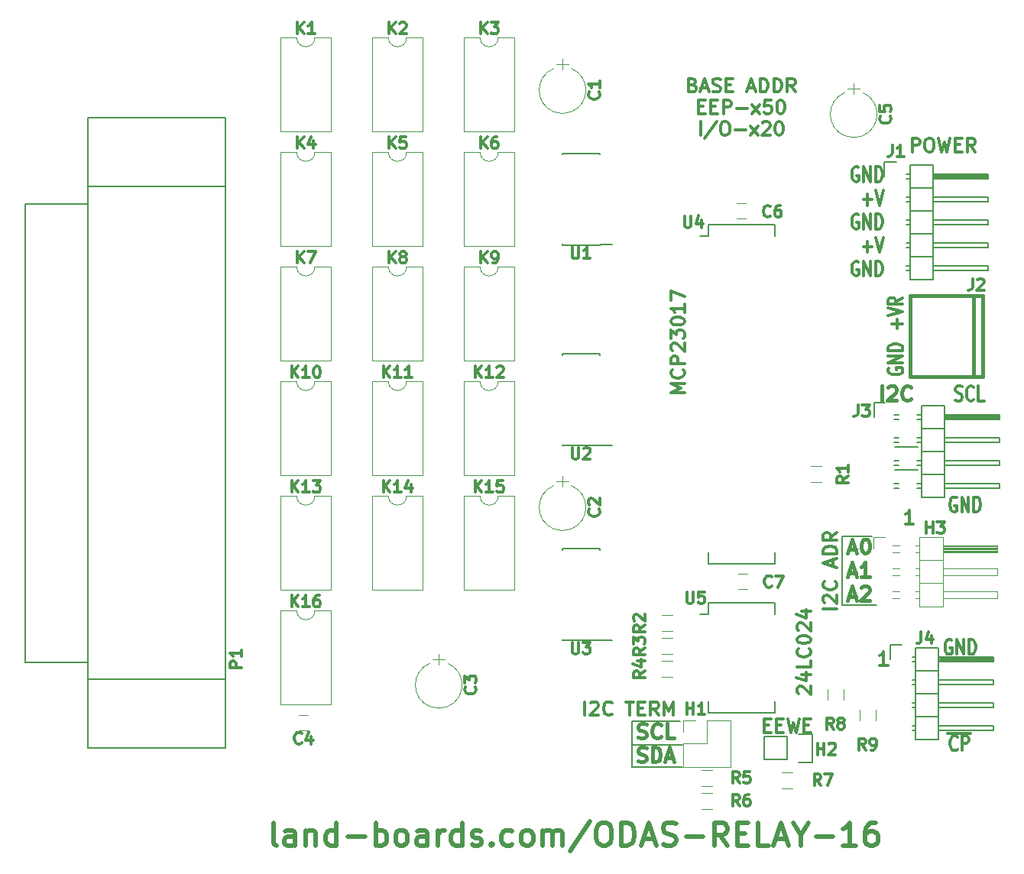
<source format=gbr>
G04 #@! TF.FileFunction,Legend,Top*
%FSLAX46Y46*%
G04 Gerber Fmt 4.6, Leading zero omitted, Abs format (unit mm)*
G04 Created by KiCad (PCBNEW (after 2015-mar-04 BZR unknown)-product) date 6/9/2017 12:02:43 PM*
%MOMM*%
G01*
G04 APERTURE LIST*
%ADD10C,0.150000*%
%ADD11C,0.300000*%
%ADD12C,0.200000*%
%ADD13C,0.396875*%
%ADD14C,0.476250*%
%ADD15C,0.120000*%
%ADD16C,0.381000*%
%ADD17C,0.317500*%
G04 APERTURE END LIST*
D10*
D11*
X84572929Y-35892619D02*
X84572929Y-34925000D01*
X85201881Y-35408810D02*
X83943976Y-35408810D01*
X83550881Y-34501667D02*
X85201881Y-34078333D01*
X83550881Y-33655000D01*
X85201881Y-32505953D02*
X84415690Y-32929286D01*
X85201881Y-33231667D02*
X83550881Y-33231667D01*
X83550881Y-32747858D01*
X83629500Y-32626905D01*
X83708119Y-32566429D01*
X83865357Y-32505953D01*
X84101214Y-32505953D01*
X84258452Y-32566429D01*
X84337071Y-32626905D01*
X84415690Y-32747858D01*
X84415690Y-33231667D01*
X83629500Y-40307381D02*
X83550881Y-40428333D01*
X83550881Y-40609762D01*
X83629500Y-40791190D01*
X83786738Y-40912143D01*
X83943976Y-40972619D01*
X84258452Y-41033095D01*
X84494310Y-41033095D01*
X84808786Y-40972619D01*
X84966024Y-40912143D01*
X85123262Y-40791190D01*
X85201881Y-40609762D01*
X85201881Y-40488810D01*
X85123262Y-40307381D01*
X85044643Y-40246905D01*
X84494310Y-40246905D01*
X84494310Y-40488810D01*
X85201881Y-39702619D02*
X83550881Y-39702619D01*
X85201881Y-38976905D01*
X83550881Y-38976905D01*
X85201881Y-38372143D02*
X83550881Y-38372143D01*
X83550881Y-38069762D01*
X83629500Y-37888334D01*
X83786738Y-37767381D01*
X83943976Y-37706905D01*
X84258452Y-37646429D01*
X84494310Y-37646429D01*
X84808786Y-37706905D01*
X84966024Y-37767381D01*
X85123262Y-37888334D01*
X85201881Y-38069762D01*
X85201881Y-38372143D01*
X61003571Y-43036427D02*
X59503571Y-43036427D01*
X60575000Y-42536427D01*
X59503571Y-42036427D01*
X61003571Y-42036427D01*
X60860714Y-40464998D02*
X60932143Y-40536427D01*
X61003571Y-40750713D01*
X61003571Y-40893570D01*
X60932143Y-41107855D01*
X60789286Y-41250713D01*
X60646429Y-41322141D01*
X60360714Y-41393570D01*
X60146429Y-41393570D01*
X59860714Y-41322141D01*
X59717857Y-41250713D01*
X59575000Y-41107855D01*
X59503571Y-40893570D01*
X59503571Y-40750713D01*
X59575000Y-40536427D01*
X59646429Y-40464998D01*
X61003571Y-39822141D02*
X59503571Y-39822141D01*
X59503571Y-39250713D01*
X59575000Y-39107855D01*
X59646429Y-39036427D01*
X59789286Y-38964998D01*
X60003571Y-38964998D01*
X60146429Y-39036427D01*
X60217857Y-39107855D01*
X60289286Y-39250713D01*
X60289286Y-39822141D01*
X59646429Y-38393570D02*
X59575000Y-38322141D01*
X59503571Y-38179284D01*
X59503571Y-37822141D01*
X59575000Y-37679284D01*
X59646429Y-37607855D01*
X59789286Y-37536427D01*
X59932143Y-37536427D01*
X60146429Y-37607855D01*
X61003571Y-38464998D01*
X61003571Y-37536427D01*
X59503571Y-37036427D02*
X59503571Y-36107856D01*
X60075000Y-36607856D01*
X60075000Y-36393570D01*
X60146429Y-36250713D01*
X60217857Y-36179284D01*
X60360714Y-36107856D01*
X60717857Y-36107856D01*
X60860714Y-36179284D01*
X60932143Y-36250713D01*
X61003571Y-36393570D01*
X61003571Y-36822142D01*
X60932143Y-36964999D01*
X60860714Y-37036427D01*
X59503571Y-35179285D02*
X59503571Y-35036428D01*
X59575000Y-34893571D01*
X59646429Y-34822142D01*
X59789286Y-34750713D01*
X60075000Y-34679285D01*
X60432143Y-34679285D01*
X60717857Y-34750713D01*
X60860714Y-34822142D01*
X60932143Y-34893571D01*
X61003571Y-35036428D01*
X61003571Y-35179285D01*
X60932143Y-35322142D01*
X60860714Y-35393571D01*
X60717857Y-35464999D01*
X60432143Y-35536428D01*
X60075000Y-35536428D01*
X59789286Y-35464999D01*
X59646429Y-35393571D01*
X59575000Y-35322142D01*
X59503571Y-35179285D01*
X61003571Y-33250714D02*
X61003571Y-34107857D01*
X61003571Y-33679285D02*
X59503571Y-33679285D01*
X59717857Y-33822142D01*
X59860714Y-33965000D01*
X59932143Y-34107857D01*
X59503571Y-32750714D02*
X59503571Y-31750714D01*
X61003571Y-32393571D01*
D12*
X78486000Y-58928000D02*
X81788000Y-58928000D01*
X78486000Y-66548000D02*
X78486000Y-58928000D01*
X82296000Y-66548000D02*
X78486000Y-66548000D01*
D11*
X91226095Y-82537643D02*
X91165619Y-82616262D01*
X90984190Y-82694881D01*
X90863238Y-82694881D01*
X90681810Y-82616262D01*
X90560857Y-82459024D01*
X90500381Y-82301786D01*
X90439905Y-81987310D01*
X90439905Y-81751452D01*
X90500381Y-81436976D01*
X90560857Y-81279738D01*
X90681810Y-81122500D01*
X90863238Y-81043881D01*
X90984190Y-81043881D01*
X91165619Y-81122500D01*
X91226095Y-81201119D01*
X91770381Y-82694881D02*
X91770381Y-81043881D01*
X92254190Y-81043881D01*
X92375143Y-81122500D01*
X92435619Y-81201119D01*
X92496095Y-81358357D01*
X92496095Y-81594214D01*
X92435619Y-81751452D01*
X92375143Y-81830071D01*
X92254190Y-81908690D01*
X91770381Y-81908690D01*
X90198000Y-80759280D02*
X92738000Y-80759280D01*
X91046905Y-43848262D02*
X91228333Y-43926881D01*
X91530714Y-43926881D01*
X91651667Y-43848262D01*
X91712143Y-43769643D01*
X91772619Y-43612405D01*
X91772619Y-43455167D01*
X91712143Y-43297929D01*
X91651667Y-43219310D01*
X91530714Y-43140690D01*
X91288810Y-43062071D01*
X91167857Y-42983452D01*
X91107381Y-42904833D01*
X91046905Y-42747595D01*
X91046905Y-42590357D01*
X91107381Y-42433119D01*
X91167857Y-42354500D01*
X91288810Y-42275881D01*
X91591190Y-42275881D01*
X91772619Y-42354500D01*
X93042619Y-43769643D02*
X92982143Y-43848262D01*
X92800714Y-43926881D01*
X92679762Y-43926881D01*
X92498334Y-43848262D01*
X92377381Y-43691024D01*
X92316905Y-43533786D01*
X92256429Y-43219310D01*
X92256429Y-42983452D01*
X92316905Y-42668976D01*
X92377381Y-42511738D01*
X92498334Y-42354500D01*
X92679762Y-42275881D01*
X92800714Y-42275881D01*
X92982143Y-42354500D01*
X93042619Y-42433119D01*
X94191667Y-43926881D02*
X93586905Y-43926881D01*
X93586905Y-42275881D01*
D12*
X55153500Y-82072500D02*
X60741500Y-82072500D01*
X55153500Y-79405500D02*
X60487500Y-79405500D01*
X55153500Y-84485500D02*
X55153500Y-79405500D01*
X60741500Y-84485500D02*
X55153500Y-84485500D01*
D13*
X79217762Y-60383208D02*
X79973714Y-60383208D01*
X79066571Y-60836780D02*
X79595738Y-59249280D01*
X80124905Y-60836780D01*
X80956452Y-59249280D02*
X81107643Y-59249280D01*
X81258833Y-59324875D01*
X81334428Y-59400470D01*
X81410024Y-59551661D01*
X81485619Y-59854042D01*
X81485619Y-60232018D01*
X81410024Y-60534399D01*
X81334428Y-60685589D01*
X81258833Y-60761185D01*
X81107643Y-60836780D01*
X80956452Y-60836780D01*
X80805262Y-60761185D01*
X80729666Y-60685589D01*
X80654071Y-60534399D01*
X80578476Y-60232018D01*
X80578476Y-59854042D01*
X80654071Y-59551661D01*
X80729666Y-59400470D01*
X80805262Y-59324875D01*
X80956452Y-59249280D01*
X79217762Y-63002583D02*
X79973714Y-63002583D01*
X79066571Y-63456155D02*
X79595738Y-61868655D01*
X80124905Y-63456155D01*
X81485619Y-63456155D02*
X80578476Y-63456155D01*
X81032047Y-63456155D02*
X81032047Y-61868655D01*
X80880857Y-62095440D01*
X80729666Y-62246631D01*
X80578476Y-62322226D01*
X79217762Y-65621958D02*
X79973714Y-65621958D01*
X79066571Y-66075530D02*
X79595738Y-64488030D01*
X80124905Y-66075530D01*
X80578476Y-64639220D02*
X80654071Y-64563625D01*
X80805262Y-64488030D01*
X81183238Y-64488030D01*
X81334428Y-64563625D01*
X81410024Y-64639220D01*
X81485619Y-64790411D01*
X81485619Y-64941601D01*
X81410024Y-65168387D01*
X80502881Y-66075530D01*
X81485619Y-66075530D01*
D12*
X84350000Y-49046000D02*
X86890000Y-49046000D01*
X84350000Y-51586000D02*
X86890000Y-51586000D01*
D11*
X86225714Y-16332571D02*
X86225714Y-14832571D01*
X86797142Y-14832571D01*
X86940000Y-14904000D01*
X87011428Y-14975429D01*
X87082857Y-15118286D01*
X87082857Y-15332571D01*
X87011428Y-15475429D01*
X86940000Y-15546857D01*
X86797142Y-15618286D01*
X86225714Y-15618286D01*
X88011428Y-14832571D02*
X88297142Y-14832571D01*
X88440000Y-14904000D01*
X88582857Y-15046857D01*
X88654285Y-15332571D01*
X88654285Y-15832571D01*
X88582857Y-16118286D01*
X88440000Y-16261143D01*
X88297142Y-16332571D01*
X88011428Y-16332571D01*
X87868571Y-16261143D01*
X87725714Y-16118286D01*
X87654285Y-15832571D01*
X87654285Y-15332571D01*
X87725714Y-15046857D01*
X87868571Y-14904000D01*
X88011428Y-14832571D01*
X89154286Y-14832571D02*
X89511429Y-16332571D01*
X89797143Y-15261143D01*
X90082857Y-16332571D01*
X90440000Y-14832571D01*
X91011429Y-15546857D02*
X91511429Y-15546857D01*
X91725715Y-16332571D02*
X91011429Y-16332571D01*
X91011429Y-14832571D01*
X91725715Y-14832571D01*
X93225715Y-16332571D02*
X92725715Y-15618286D01*
X92368572Y-16332571D02*
X92368572Y-14832571D01*
X92940000Y-14832571D01*
X93082858Y-14904000D01*
X93154286Y-14975429D01*
X93225715Y-15118286D01*
X93225715Y-15332571D01*
X93154286Y-15475429D01*
X93082858Y-15546857D01*
X92940000Y-15618286D01*
X92368572Y-15618286D01*
X69854286Y-79902857D02*
X70354286Y-79902857D01*
X70568572Y-80688571D02*
X69854286Y-80688571D01*
X69854286Y-79188571D01*
X70568572Y-79188571D01*
X71211429Y-79902857D02*
X71711429Y-79902857D01*
X71925715Y-80688571D02*
X71211429Y-80688571D01*
X71211429Y-79188571D01*
X71925715Y-79188571D01*
X72425715Y-79188571D02*
X72782858Y-80688571D01*
X73068572Y-79617143D01*
X73354286Y-80688571D01*
X73711429Y-79188571D01*
X74282858Y-79902857D02*
X74782858Y-79902857D01*
X74997144Y-80688571D02*
X74282858Y-80688571D01*
X74282858Y-79188571D01*
X74997144Y-79188571D01*
X73616429Y-76397856D02*
X73545000Y-76326427D01*
X73473571Y-76183570D01*
X73473571Y-75826427D01*
X73545000Y-75683570D01*
X73616429Y-75612141D01*
X73759286Y-75540713D01*
X73902143Y-75540713D01*
X74116429Y-75612141D01*
X74973571Y-76469284D01*
X74973571Y-75540713D01*
X73973571Y-74254999D02*
X74973571Y-74254999D01*
X73402143Y-74612142D02*
X74473571Y-74969285D01*
X74473571Y-74040713D01*
X74973571Y-72754999D02*
X74973571Y-73469285D01*
X73473571Y-73469285D01*
X74830714Y-71397856D02*
X74902143Y-71469285D01*
X74973571Y-71683571D01*
X74973571Y-71826428D01*
X74902143Y-72040713D01*
X74759286Y-72183571D01*
X74616429Y-72254999D01*
X74330714Y-72326428D01*
X74116429Y-72326428D01*
X73830714Y-72254999D01*
X73687857Y-72183571D01*
X73545000Y-72040713D01*
X73473571Y-71826428D01*
X73473571Y-71683571D01*
X73545000Y-71469285D01*
X73616429Y-71397856D01*
X73473571Y-70469285D02*
X73473571Y-70326428D01*
X73545000Y-70183571D01*
X73616429Y-70112142D01*
X73759286Y-70040713D01*
X74045000Y-69969285D01*
X74402143Y-69969285D01*
X74687857Y-70040713D01*
X74830714Y-70112142D01*
X74902143Y-70183571D01*
X74973571Y-70326428D01*
X74973571Y-70469285D01*
X74902143Y-70612142D01*
X74830714Y-70683571D01*
X74687857Y-70754999D01*
X74402143Y-70826428D01*
X74045000Y-70826428D01*
X73759286Y-70754999D01*
X73616429Y-70683571D01*
X73545000Y-70612142D01*
X73473571Y-70469285D01*
X73616429Y-69397857D02*
X73545000Y-69326428D01*
X73473571Y-69183571D01*
X73473571Y-68826428D01*
X73545000Y-68683571D01*
X73616429Y-68612142D01*
X73759286Y-68540714D01*
X73902143Y-68540714D01*
X74116429Y-68612142D01*
X74973571Y-69469285D01*
X74973571Y-68540714D01*
X73973571Y-67255000D02*
X74973571Y-67255000D01*
X73402143Y-67612143D02*
X74473571Y-67969286D01*
X74473571Y-67040714D01*
D13*
X55895119Y-81247873D02*
X56121905Y-81323468D01*
X56499881Y-81323468D01*
X56651071Y-81247873D01*
X56726667Y-81172277D01*
X56802262Y-81021087D01*
X56802262Y-80869896D01*
X56726667Y-80718706D01*
X56651071Y-80643111D01*
X56499881Y-80567515D01*
X56197500Y-80491920D01*
X56046309Y-80416325D01*
X55970714Y-80340730D01*
X55895119Y-80189539D01*
X55895119Y-80038349D01*
X55970714Y-79887158D01*
X56046309Y-79811563D01*
X56197500Y-79735968D01*
X56575476Y-79735968D01*
X56802262Y-79811563D01*
X58389762Y-81172277D02*
X58314167Y-81247873D01*
X58087381Y-81323468D01*
X57936191Y-81323468D01*
X57709405Y-81247873D01*
X57558214Y-81096682D01*
X57482619Y-80945492D01*
X57407024Y-80643111D01*
X57407024Y-80416325D01*
X57482619Y-80113944D01*
X57558214Y-79962753D01*
X57709405Y-79811563D01*
X57936191Y-79735968D01*
X58087381Y-79735968D01*
X58314167Y-79811563D01*
X58389762Y-79887158D01*
X59826072Y-81323468D02*
X59070119Y-81323468D01*
X59070119Y-79735968D01*
X55857322Y-83867248D02*
X56084108Y-83942843D01*
X56462084Y-83942843D01*
X56613274Y-83867248D01*
X56688870Y-83791652D01*
X56764465Y-83640462D01*
X56764465Y-83489271D01*
X56688870Y-83338081D01*
X56613274Y-83262486D01*
X56462084Y-83186890D01*
X56159703Y-83111295D01*
X56008512Y-83035700D01*
X55932917Y-82960105D01*
X55857322Y-82808914D01*
X55857322Y-82657724D01*
X55932917Y-82506533D01*
X56008512Y-82430938D01*
X56159703Y-82355343D01*
X56537679Y-82355343D01*
X56764465Y-82430938D01*
X57444822Y-83942843D02*
X57444822Y-82355343D01*
X57822798Y-82355343D01*
X58049584Y-82430938D01*
X58200775Y-82582128D01*
X58276370Y-82733319D01*
X58351965Y-83035700D01*
X58351965Y-83262486D01*
X58276370Y-83564867D01*
X58200775Y-83716057D01*
X58049584Y-83867248D01*
X57822798Y-83942843D01*
X57444822Y-83942843D01*
X58956727Y-83489271D02*
X59712679Y-83489271D01*
X58805536Y-83942843D02*
X59334703Y-82355343D01*
X59863870Y-83942843D01*
D11*
X49971143Y-78783571D02*
X49971143Y-77283571D01*
X50614000Y-77426429D02*
X50685429Y-77355000D01*
X50828286Y-77283571D01*
X51185429Y-77283571D01*
X51328286Y-77355000D01*
X51399715Y-77426429D01*
X51471143Y-77569286D01*
X51471143Y-77712143D01*
X51399715Y-77926429D01*
X50542572Y-78783571D01*
X51471143Y-78783571D01*
X52971143Y-78640714D02*
X52899714Y-78712143D01*
X52685428Y-78783571D01*
X52542571Y-78783571D01*
X52328286Y-78712143D01*
X52185428Y-78569286D01*
X52114000Y-78426429D01*
X52042571Y-78140714D01*
X52042571Y-77926429D01*
X52114000Y-77640714D01*
X52185428Y-77497857D01*
X52328286Y-77355000D01*
X52542571Y-77283571D01*
X52685428Y-77283571D01*
X52899714Y-77355000D01*
X52971143Y-77426429D01*
X54542571Y-77283571D02*
X55399714Y-77283571D01*
X54971143Y-78783571D02*
X54971143Y-77283571D01*
X55899714Y-77997857D02*
X56399714Y-77997857D01*
X56614000Y-78783571D02*
X55899714Y-78783571D01*
X55899714Y-77283571D01*
X56614000Y-77283571D01*
X58114000Y-78783571D02*
X57614000Y-78069286D01*
X57256857Y-78783571D02*
X57256857Y-77283571D01*
X57828285Y-77283571D01*
X57971143Y-77355000D01*
X58042571Y-77426429D01*
X58114000Y-77569286D01*
X58114000Y-77783571D01*
X58042571Y-77926429D01*
X57971143Y-77997857D01*
X57828285Y-78069286D01*
X57256857Y-78069286D01*
X58756857Y-78783571D02*
X58756857Y-77283571D01*
X59256857Y-78355000D01*
X59756857Y-77283571D01*
X59756857Y-78783571D01*
X77894571Y-66952857D02*
X76394571Y-66952857D01*
X76537429Y-66310000D02*
X76466000Y-66238571D01*
X76394571Y-66095714D01*
X76394571Y-65738571D01*
X76466000Y-65595714D01*
X76537429Y-65524285D01*
X76680286Y-65452857D01*
X76823143Y-65452857D01*
X77037429Y-65524285D01*
X77894571Y-66381428D01*
X77894571Y-65452857D01*
X77751714Y-63952857D02*
X77823143Y-64024286D01*
X77894571Y-64238572D01*
X77894571Y-64381429D01*
X77823143Y-64595714D01*
X77680286Y-64738572D01*
X77537429Y-64810000D01*
X77251714Y-64881429D01*
X77037429Y-64881429D01*
X76751714Y-64810000D01*
X76608857Y-64738572D01*
X76466000Y-64595714D01*
X76394571Y-64381429D01*
X76394571Y-64238572D01*
X76466000Y-64024286D01*
X76537429Y-63952857D01*
X77466000Y-62238572D02*
X77466000Y-61524286D01*
X77894571Y-62381429D02*
X76394571Y-61881429D01*
X77894571Y-61381429D01*
X77894571Y-60881429D02*
X76394571Y-60881429D01*
X76394571Y-60524286D01*
X76466000Y-60310001D01*
X76608857Y-60167143D01*
X76751714Y-60095715D01*
X77037429Y-60024286D01*
X77251714Y-60024286D01*
X77537429Y-60095715D01*
X77680286Y-60167143D01*
X77823143Y-60310001D01*
X77894571Y-60524286D01*
X77894571Y-60881429D01*
X77894571Y-58524286D02*
X77180286Y-59024286D01*
X77894571Y-59381429D02*
X76394571Y-59381429D01*
X76394571Y-58810001D01*
X76466000Y-58667143D01*
X76537429Y-58595715D01*
X76680286Y-58524286D01*
X76894571Y-58524286D01*
X77037429Y-58595715D01*
X77108857Y-58667143D01*
X77180286Y-58810001D01*
X77180286Y-59381429D01*
X83514572Y-73228571D02*
X82657429Y-73228571D01*
X83086001Y-73228571D02*
X83086001Y-71728571D01*
X82943144Y-71942857D01*
X82800286Y-72085714D01*
X82657429Y-72157143D01*
X86386572Y-57574571D02*
X85529429Y-57574571D01*
X85958001Y-57574571D02*
X85958001Y-56074571D01*
X85815144Y-56288857D01*
X85672286Y-56431714D01*
X85529429Y-56503143D01*
X80282143Y-18081700D02*
X80161191Y-18003081D01*
X79979762Y-18003081D01*
X79798334Y-18081700D01*
X79677381Y-18238938D01*
X79616905Y-18396176D01*
X79556429Y-18710652D01*
X79556429Y-18946510D01*
X79616905Y-19260986D01*
X79677381Y-19418224D01*
X79798334Y-19575462D01*
X79979762Y-19654081D01*
X80100714Y-19654081D01*
X80282143Y-19575462D01*
X80342619Y-19496843D01*
X80342619Y-18946510D01*
X80100714Y-18946510D01*
X80886905Y-19654081D02*
X80886905Y-18003081D01*
X81612619Y-19654081D01*
X81612619Y-18003081D01*
X82217381Y-19654081D02*
X82217381Y-18003081D01*
X82519762Y-18003081D01*
X82701190Y-18081700D01*
X82822143Y-18238938D01*
X82882619Y-18396176D01*
X82943095Y-18710652D01*
X82943095Y-18946510D01*
X82882619Y-19260986D01*
X82822143Y-19418224D01*
X82701190Y-19575462D01*
X82519762Y-19654081D01*
X82217381Y-19654081D01*
X80826429Y-21636529D02*
X81794048Y-21636529D01*
X81310238Y-22265481D02*
X81310238Y-21007576D01*
X82217381Y-20614481D02*
X82640715Y-22265481D01*
X83064048Y-20614481D01*
X80282143Y-23304500D02*
X80161191Y-23225881D01*
X79979762Y-23225881D01*
X79798334Y-23304500D01*
X79677381Y-23461738D01*
X79616905Y-23618976D01*
X79556429Y-23933452D01*
X79556429Y-24169310D01*
X79616905Y-24483786D01*
X79677381Y-24641024D01*
X79798334Y-24798262D01*
X79979762Y-24876881D01*
X80100714Y-24876881D01*
X80282143Y-24798262D01*
X80342619Y-24719643D01*
X80342619Y-24169310D01*
X80100714Y-24169310D01*
X80886905Y-24876881D02*
X80886905Y-23225881D01*
X81612619Y-24876881D01*
X81612619Y-23225881D01*
X82217381Y-24876881D02*
X82217381Y-23225881D01*
X82519762Y-23225881D01*
X82701190Y-23304500D01*
X82822143Y-23461738D01*
X82882619Y-23618976D01*
X82943095Y-23933452D01*
X82943095Y-24169310D01*
X82882619Y-24483786D01*
X82822143Y-24641024D01*
X82701190Y-24798262D01*
X82519762Y-24876881D01*
X82217381Y-24876881D01*
X80826429Y-26859329D02*
X81794048Y-26859329D01*
X81310238Y-27488281D02*
X81310238Y-26230376D01*
X82217381Y-25837281D02*
X82640715Y-27488281D01*
X83064048Y-25837281D01*
X80282143Y-28527300D02*
X80161191Y-28448681D01*
X79979762Y-28448681D01*
X79798334Y-28527300D01*
X79677381Y-28684538D01*
X79616905Y-28841776D01*
X79556429Y-29156252D01*
X79556429Y-29392110D01*
X79616905Y-29706586D01*
X79677381Y-29863824D01*
X79798334Y-30021062D01*
X79979762Y-30099681D01*
X80100714Y-30099681D01*
X80282143Y-30021062D01*
X80342619Y-29942443D01*
X80342619Y-29392110D01*
X80100714Y-29392110D01*
X80886905Y-30099681D02*
X80886905Y-28448681D01*
X81612619Y-30099681D01*
X81612619Y-28448681D01*
X82217381Y-30099681D02*
X82217381Y-28448681D01*
X82519762Y-28448681D01*
X82701190Y-28527300D01*
X82822143Y-28684538D01*
X82882619Y-28841776D01*
X82943095Y-29156252D01*
X82943095Y-29392110D01*
X82882619Y-29706586D01*
X82822143Y-29863824D01*
X82701190Y-30021062D01*
X82519762Y-30099681D01*
X82217381Y-30099681D01*
X90597143Y-70454500D02*
X90476191Y-70375881D01*
X90294762Y-70375881D01*
X90113334Y-70454500D01*
X89992381Y-70611738D01*
X89931905Y-70768976D01*
X89871429Y-71083452D01*
X89871429Y-71319310D01*
X89931905Y-71633786D01*
X89992381Y-71791024D01*
X90113334Y-71948262D01*
X90294762Y-72026881D01*
X90415714Y-72026881D01*
X90597143Y-71948262D01*
X90657619Y-71869643D01*
X90657619Y-71319310D01*
X90415714Y-71319310D01*
X91201905Y-72026881D02*
X91201905Y-70375881D01*
X91927619Y-72026881D01*
X91927619Y-70375881D01*
X92532381Y-72026881D02*
X92532381Y-70375881D01*
X92834762Y-70375881D01*
X93016190Y-70454500D01*
X93137143Y-70611738D01*
X93197619Y-70768976D01*
X93258095Y-71083452D01*
X93258095Y-71319310D01*
X93197619Y-71633786D01*
X93137143Y-71791024D01*
X93016190Y-71948262D01*
X92834762Y-72026881D01*
X92532381Y-72026881D01*
X61917144Y-8922857D02*
X62131430Y-8994286D01*
X62202858Y-9065714D01*
X62274287Y-9208571D01*
X62274287Y-9422857D01*
X62202858Y-9565714D01*
X62131430Y-9637143D01*
X61988572Y-9708571D01*
X61417144Y-9708571D01*
X61417144Y-8208571D01*
X61917144Y-8208571D01*
X62060001Y-8280000D01*
X62131430Y-8351429D01*
X62202858Y-8494286D01*
X62202858Y-8637143D01*
X62131430Y-8780000D01*
X62060001Y-8851429D01*
X61917144Y-8922857D01*
X61417144Y-8922857D01*
X62845715Y-9280000D02*
X63560001Y-9280000D01*
X62702858Y-9708571D02*
X63202858Y-8208571D01*
X63702858Y-9708571D01*
X64131429Y-9637143D02*
X64345715Y-9708571D01*
X64702858Y-9708571D01*
X64845715Y-9637143D01*
X64917144Y-9565714D01*
X64988572Y-9422857D01*
X64988572Y-9280000D01*
X64917144Y-9137143D01*
X64845715Y-9065714D01*
X64702858Y-8994286D01*
X64417144Y-8922857D01*
X64274286Y-8851429D01*
X64202858Y-8780000D01*
X64131429Y-8637143D01*
X64131429Y-8494286D01*
X64202858Y-8351429D01*
X64274286Y-8280000D01*
X64417144Y-8208571D01*
X64774286Y-8208571D01*
X64988572Y-8280000D01*
X65631429Y-8922857D02*
X66131429Y-8922857D01*
X66345715Y-9708571D02*
X65631429Y-9708571D01*
X65631429Y-8208571D01*
X66345715Y-8208571D01*
X68060000Y-9280000D02*
X68774286Y-9280000D01*
X67917143Y-9708571D02*
X68417143Y-8208571D01*
X68917143Y-9708571D01*
X69417143Y-9708571D02*
X69417143Y-8208571D01*
X69774286Y-8208571D01*
X69988571Y-8280000D01*
X70131429Y-8422857D01*
X70202857Y-8565714D01*
X70274286Y-8851429D01*
X70274286Y-9065714D01*
X70202857Y-9351429D01*
X70131429Y-9494286D01*
X69988571Y-9637143D01*
X69774286Y-9708571D01*
X69417143Y-9708571D01*
X70917143Y-9708571D02*
X70917143Y-8208571D01*
X71274286Y-8208571D01*
X71488571Y-8280000D01*
X71631429Y-8422857D01*
X71702857Y-8565714D01*
X71774286Y-8851429D01*
X71774286Y-9065714D01*
X71702857Y-9351429D01*
X71631429Y-9494286D01*
X71488571Y-9637143D01*
X71274286Y-9708571D01*
X70917143Y-9708571D01*
X73274286Y-9708571D02*
X72774286Y-8994286D01*
X72417143Y-9708571D02*
X72417143Y-8208571D01*
X72988571Y-8208571D01*
X73131429Y-8280000D01*
X73202857Y-8351429D01*
X73274286Y-8494286D01*
X73274286Y-8708571D01*
X73202857Y-8851429D01*
X73131429Y-8922857D01*
X72988571Y-8994286D01*
X72417143Y-8994286D01*
X62595715Y-11322857D02*
X63095715Y-11322857D01*
X63310001Y-12108571D02*
X62595715Y-12108571D01*
X62595715Y-10608571D01*
X63310001Y-10608571D01*
X63952858Y-11322857D02*
X64452858Y-11322857D01*
X64667144Y-12108571D02*
X63952858Y-12108571D01*
X63952858Y-10608571D01*
X64667144Y-10608571D01*
X65310001Y-12108571D02*
X65310001Y-10608571D01*
X65881429Y-10608571D01*
X66024287Y-10680000D01*
X66095715Y-10751429D01*
X66167144Y-10894286D01*
X66167144Y-11108571D01*
X66095715Y-11251429D01*
X66024287Y-11322857D01*
X65881429Y-11394286D01*
X65310001Y-11394286D01*
X66810001Y-11537143D02*
X67952858Y-11537143D01*
X68524287Y-12108571D02*
X69310001Y-11108571D01*
X68524287Y-11108571D02*
X69310001Y-12108571D01*
X70595716Y-10608571D02*
X69881430Y-10608571D01*
X69810001Y-11322857D01*
X69881430Y-11251429D01*
X70024287Y-11180000D01*
X70381430Y-11180000D01*
X70524287Y-11251429D01*
X70595716Y-11322857D01*
X70667144Y-11465714D01*
X70667144Y-11822857D01*
X70595716Y-11965714D01*
X70524287Y-12037143D01*
X70381430Y-12108571D01*
X70024287Y-12108571D01*
X69881430Y-12037143D01*
X69810001Y-11965714D01*
X71595715Y-10608571D02*
X71738572Y-10608571D01*
X71881429Y-10680000D01*
X71952858Y-10751429D01*
X72024287Y-10894286D01*
X72095715Y-11180000D01*
X72095715Y-11537143D01*
X72024287Y-11822857D01*
X71952858Y-11965714D01*
X71881429Y-12037143D01*
X71738572Y-12108571D01*
X71595715Y-12108571D01*
X71452858Y-12037143D01*
X71381429Y-11965714D01*
X71310001Y-11822857D01*
X71238572Y-11537143D01*
X71238572Y-11180000D01*
X71310001Y-10894286D01*
X71381429Y-10751429D01*
X71452858Y-10680000D01*
X71595715Y-10608571D01*
X62774286Y-14508571D02*
X62774286Y-13008571D01*
X64560000Y-12937143D02*
X63274286Y-14865714D01*
X65345715Y-13008571D02*
X65631429Y-13008571D01*
X65774287Y-13080000D01*
X65917144Y-13222857D01*
X65988572Y-13508571D01*
X65988572Y-14008571D01*
X65917144Y-14294286D01*
X65774287Y-14437143D01*
X65631429Y-14508571D01*
X65345715Y-14508571D01*
X65202858Y-14437143D01*
X65060001Y-14294286D01*
X64988572Y-14008571D01*
X64988572Y-13508571D01*
X65060001Y-13222857D01*
X65202858Y-13080000D01*
X65345715Y-13008571D01*
X66631430Y-13937143D02*
X67774287Y-13937143D01*
X68345716Y-14508571D02*
X69131430Y-13508571D01*
X68345716Y-13508571D02*
X69131430Y-14508571D01*
X69631430Y-13151429D02*
X69702859Y-13080000D01*
X69845716Y-13008571D01*
X70202859Y-13008571D01*
X70345716Y-13080000D01*
X70417145Y-13151429D01*
X70488573Y-13294286D01*
X70488573Y-13437143D01*
X70417145Y-13651429D01*
X69560002Y-14508571D01*
X70488573Y-14508571D01*
X71417144Y-13008571D02*
X71560001Y-13008571D01*
X71702858Y-13080000D01*
X71774287Y-13151429D01*
X71845716Y-13294286D01*
X71917144Y-13580000D01*
X71917144Y-13937143D01*
X71845716Y-14222857D01*
X71774287Y-14365714D01*
X71702858Y-14437143D01*
X71560001Y-14508571D01*
X71417144Y-14508571D01*
X71274287Y-14437143D01*
X71202858Y-14365714D01*
X71131430Y-14222857D01*
X71060001Y-13937143D01*
X71060001Y-13580000D01*
X71131430Y-13294286D01*
X71202858Y-13151429D01*
X71274287Y-13080000D01*
X71417144Y-13008571D01*
D14*
X15814525Y-93224048D02*
X15572620Y-93103095D01*
X15451668Y-92861190D01*
X15451668Y-90684048D01*
X17870715Y-93224048D02*
X17870715Y-91893571D01*
X17749763Y-91651667D01*
X17507858Y-91530714D01*
X17024049Y-91530714D01*
X16782144Y-91651667D01*
X17870715Y-93103095D02*
X17628811Y-93224048D01*
X17024049Y-93224048D01*
X16782144Y-93103095D01*
X16661192Y-92861190D01*
X16661192Y-92619286D01*
X16782144Y-92377381D01*
X17024049Y-92256429D01*
X17628811Y-92256429D01*
X17870715Y-92135476D01*
X19080239Y-91530714D02*
X19080239Y-93224048D01*
X19080239Y-91772619D02*
X19201191Y-91651667D01*
X19443096Y-91530714D01*
X19805953Y-91530714D01*
X20047858Y-91651667D01*
X20168810Y-91893571D01*
X20168810Y-93224048D01*
X22466905Y-93224048D02*
X22466905Y-90684048D01*
X22466905Y-93103095D02*
X22225001Y-93224048D01*
X21741191Y-93224048D01*
X21499286Y-93103095D01*
X21378334Y-92982143D01*
X21257382Y-92740238D01*
X21257382Y-92014524D01*
X21378334Y-91772619D01*
X21499286Y-91651667D01*
X21741191Y-91530714D01*
X22225001Y-91530714D01*
X22466905Y-91651667D01*
X23676429Y-92256429D02*
X25611667Y-92256429D01*
X26821191Y-93224048D02*
X26821191Y-90684048D01*
X26821191Y-91651667D02*
X27063096Y-91530714D01*
X27546905Y-91530714D01*
X27788810Y-91651667D01*
X27909762Y-91772619D01*
X28030715Y-92014524D01*
X28030715Y-92740238D01*
X27909762Y-92982143D01*
X27788810Y-93103095D01*
X27546905Y-93224048D01*
X27063096Y-93224048D01*
X26821191Y-93103095D01*
X29482143Y-93224048D02*
X29240238Y-93103095D01*
X29119286Y-92982143D01*
X28998334Y-92740238D01*
X28998334Y-92014524D01*
X29119286Y-91772619D01*
X29240238Y-91651667D01*
X29482143Y-91530714D01*
X29845000Y-91530714D01*
X30086905Y-91651667D01*
X30207857Y-91772619D01*
X30328810Y-92014524D01*
X30328810Y-92740238D01*
X30207857Y-92982143D01*
X30086905Y-93103095D01*
X29845000Y-93224048D01*
X29482143Y-93224048D01*
X32505952Y-93224048D02*
X32505952Y-91893571D01*
X32385000Y-91651667D01*
X32143095Y-91530714D01*
X31659286Y-91530714D01*
X31417381Y-91651667D01*
X32505952Y-93103095D02*
X32264048Y-93224048D01*
X31659286Y-93224048D01*
X31417381Y-93103095D01*
X31296429Y-92861190D01*
X31296429Y-92619286D01*
X31417381Y-92377381D01*
X31659286Y-92256429D01*
X32264048Y-92256429D01*
X32505952Y-92135476D01*
X33715476Y-93224048D02*
X33715476Y-91530714D01*
X33715476Y-92014524D02*
X33836428Y-91772619D01*
X33957381Y-91651667D01*
X34199285Y-91530714D01*
X34441190Y-91530714D01*
X36376428Y-93224048D02*
X36376428Y-90684048D01*
X36376428Y-93103095D02*
X36134524Y-93224048D01*
X35650714Y-93224048D01*
X35408809Y-93103095D01*
X35287857Y-92982143D01*
X35166905Y-92740238D01*
X35166905Y-92014524D01*
X35287857Y-91772619D01*
X35408809Y-91651667D01*
X35650714Y-91530714D01*
X36134524Y-91530714D01*
X36376428Y-91651667D01*
X37465000Y-93103095D02*
X37706904Y-93224048D01*
X38190714Y-93224048D01*
X38432619Y-93103095D01*
X38553571Y-92861190D01*
X38553571Y-92740238D01*
X38432619Y-92498333D01*
X38190714Y-92377381D01*
X37827857Y-92377381D01*
X37585952Y-92256429D01*
X37465000Y-92014524D01*
X37465000Y-91893571D01*
X37585952Y-91651667D01*
X37827857Y-91530714D01*
X38190714Y-91530714D01*
X38432619Y-91651667D01*
X39642142Y-92982143D02*
X39763094Y-93103095D01*
X39642142Y-93224048D01*
X39521190Y-93103095D01*
X39642142Y-92982143D01*
X39642142Y-93224048D01*
X41940237Y-93103095D02*
X41698333Y-93224048D01*
X41214523Y-93224048D01*
X40972618Y-93103095D01*
X40851666Y-92982143D01*
X40730714Y-92740238D01*
X40730714Y-92014524D01*
X40851666Y-91772619D01*
X40972618Y-91651667D01*
X41214523Y-91530714D01*
X41698333Y-91530714D01*
X41940237Y-91651667D01*
X43391666Y-93224048D02*
X43149761Y-93103095D01*
X43028809Y-92982143D01*
X42907857Y-92740238D01*
X42907857Y-92014524D01*
X43028809Y-91772619D01*
X43149761Y-91651667D01*
X43391666Y-91530714D01*
X43754523Y-91530714D01*
X43996428Y-91651667D01*
X44117380Y-91772619D01*
X44238333Y-92014524D01*
X44238333Y-92740238D01*
X44117380Y-92982143D01*
X43996428Y-93103095D01*
X43754523Y-93224048D01*
X43391666Y-93224048D01*
X45326904Y-93224048D02*
X45326904Y-91530714D01*
X45326904Y-91772619D02*
X45447856Y-91651667D01*
X45689761Y-91530714D01*
X46052618Y-91530714D01*
X46294523Y-91651667D01*
X46415475Y-91893571D01*
X46415475Y-93224048D01*
X46415475Y-91893571D02*
X46536428Y-91651667D01*
X46778332Y-91530714D01*
X47141190Y-91530714D01*
X47383094Y-91651667D01*
X47504047Y-91893571D01*
X47504047Y-93224048D01*
X50527857Y-90563095D02*
X48350714Y-93828810D01*
X51858332Y-90684048D02*
X52342142Y-90684048D01*
X52584047Y-90805000D01*
X52825951Y-91046905D01*
X52946904Y-91530714D01*
X52946904Y-92377381D01*
X52825951Y-92861190D01*
X52584047Y-93103095D01*
X52342142Y-93224048D01*
X51858332Y-93224048D01*
X51616428Y-93103095D01*
X51374523Y-92861190D01*
X51253571Y-92377381D01*
X51253571Y-91530714D01*
X51374523Y-91046905D01*
X51616428Y-90805000D01*
X51858332Y-90684048D01*
X54035475Y-93224048D02*
X54035475Y-90684048D01*
X54640237Y-90684048D01*
X55003094Y-90805000D01*
X55244999Y-91046905D01*
X55365951Y-91288810D01*
X55486903Y-91772619D01*
X55486903Y-92135476D01*
X55365951Y-92619286D01*
X55244999Y-92861190D01*
X55003094Y-93103095D01*
X54640237Y-93224048D01*
X54035475Y-93224048D01*
X56454523Y-92498333D02*
X57664046Y-92498333D01*
X56212618Y-93224048D02*
X57059284Y-90684048D01*
X57905951Y-93224048D01*
X58631666Y-93103095D02*
X58994523Y-93224048D01*
X59599285Y-93224048D01*
X59841189Y-93103095D01*
X59962142Y-92982143D01*
X60083094Y-92740238D01*
X60083094Y-92498333D01*
X59962142Y-92256429D01*
X59841189Y-92135476D01*
X59599285Y-92014524D01*
X59115475Y-91893571D01*
X58873570Y-91772619D01*
X58752618Y-91651667D01*
X58631666Y-91409762D01*
X58631666Y-91167857D01*
X58752618Y-90925952D01*
X58873570Y-90805000D01*
X59115475Y-90684048D01*
X59720237Y-90684048D01*
X60083094Y-90805000D01*
X61171666Y-92256429D02*
X63106904Y-92256429D01*
X65767856Y-93224048D02*
X64921190Y-92014524D01*
X64316428Y-93224048D02*
X64316428Y-90684048D01*
X65284047Y-90684048D01*
X65525952Y-90805000D01*
X65646904Y-90925952D01*
X65767856Y-91167857D01*
X65767856Y-91530714D01*
X65646904Y-91772619D01*
X65525952Y-91893571D01*
X65284047Y-92014524D01*
X64316428Y-92014524D01*
X66856428Y-91893571D02*
X67703095Y-91893571D01*
X68065952Y-93224048D02*
X66856428Y-93224048D01*
X66856428Y-90684048D01*
X68065952Y-90684048D01*
X70364047Y-93224048D02*
X69154523Y-93224048D01*
X69154523Y-90684048D01*
X71089761Y-92498333D02*
X72299284Y-92498333D01*
X70847856Y-93224048D02*
X71694522Y-90684048D01*
X72541189Y-93224048D01*
X73871665Y-92014524D02*
X73871665Y-93224048D01*
X73024999Y-90684048D02*
X73871665Y-92014524D01*
X74718332Y-90684048D01*
X75564999Y-92256429D02*
X77500237Y-92256429D01*
X80040237Y-93224048D02*
X78588809Y-93224048D01*
X79314523Y-93224048D02*
X79314523Y-90684048D01*
X79072618Y-91046905D01*
X78830713Y-91288810D01*
X78588809Y-91409762D01*
X82217380Y-90684048D02*
X81733571Y-90684048D01*
X81491666Y-90805000D01*
X81370714Y-90925952D01*
X81128809Y-91288810D01*
X81007857Y-91772619D01*
X81007857Y-92740238D01*
X81128809Y-92982143D01*
X81249761Y-93103095D01*
X81491666Y-93224048D01*
X81975476Y-93224048D01*
X82217380Y-93103095D01*
X82338333Y-92982143D01*
X82459285Y-92740238D01*
X82459285Y-92135476D01*
X82338333Y-91893571D01*
X82217380Y-91772619D01*
X81975476Y-91651667D01*
X81491666Y-91651667D01*
X81249761Y-91772619D01*
X81128809Y-91893571D01*
X81007857Y-92135476D01*
D13*
X82905298Y-43898155D02*
X82905298Y-42310655D01*
X83585655Y-42461845D02*
X83661250Y-42386250D01*
X83812441Y-42310655D01*
X84190417Y-42310655D01*
X84341607Y-42386250D01*
X84417203Y-42461845D01*
X84492798Y-42613036D01*
X84492798Y-42764226D01*
X84417203Y-42991012D01*
X83510060Y-43898155D01*
X84492798Y-43898155D01*
X86080298Y-43746964D02*
X86004703Y-43822560D01*
X85777917Y-43898155D01*
X85626727Y-43898155D01*
X85399941Y-43822560D01*
X85248750Y-43671369D01*
X85173155Y-43520179D01*
X85097560Y-43217798D01*
X85097560Y-42991012D01*
X85173155Y-42688631D01*
X85248750Y-42537440D01*
X85399941Y-42386250D01*
X85626727Y-42310655D01*
X85777917Y-42310655D01*
X86004703Y-42386250D01*
X86080298Y-42461845D01*
D11*
X91137619Y-54673500D02*
X91016667Y-54594881D01*
X90835238Y-54594881D01*
X90653810Y-54673500D01*
X90532857Y-54830738D01*
X90472381Y-54987976D01*
X90411905Y-55302452D01*
X90411905Y-55538310D01*
X90472381Y-55852786D01*
X90532857Y-56010024D01*
X90653810Y-56167262D01*
X90835238Y-56245881D01*
X90956190Y-56245881D01*
X91137619Y-56167262D01*
X91198095Y-56088643D01*
X91198095Y-55538310D01*
X90956190Y-55538310D01*
X91742381Y-56245881D02*
X91742381Y-54594881D01*
X92468095Y-56245881D01*
X92468095Y-54594881D01*
X93072857Y-56245881D02*
X93072857Y-54594881D01*
X93375238Y-54594881D01*
X93556666Y-54673500D01*
X93677619Y-54830738D01*
X93738095Y-54987976D01*
X93798571Y-55302452D01*
X93798571Y-55538310D01*
X93738095Y-55852786D01*
X93677619Y-56010024D01*
X93556666Y-56167262D01*
X93375238Y-56245881D01*
X93072857Y-56245881D01*
D10*
X72390000Y-83693000D02*
X69850000Y-83693000D01*
X75210000Y-83973000D02*
X73660000Y-83973000D01*
X72390000Y-83693000D02*
X72390000Y-81153000D01*
X73660000Y-80873000D02*
X75210000Y-80873000D01*
X75210000Y-80873000D02*
X75210000Y-83973000D01*
X72390000Y-81153000D02*
X69850000Y-81153000D01*
X69850000Y-81153000D02*
X69850000Y-83693000D01*
X10175000Y-12575000D02*
X10175000Y-82425000D01*
X10175000Y-82425000D02*
X-5065000Y-82425000D01*
X-5065000Y-82425000D02*
X-5065000Y-12575000D01*
X-5065000Y-12575000D02*
X10175000Y-12575000D01*
X-5065000Y-22100000D02*
X-12050000Y-22100000D01*
X-12050000Y-22100000D02*
X-12050000Y-72900000D01*
X-12050000Y-72900000D02*
X-5065000Y-72900000D01*
X-5065000Y-20195000D02*
X10175000Y-20195000D01*
X-5065000Y-74805000D02*
X10175000Y-74805000D01*
X63635000Y-24375000D02*
X63635000Y-25645000D01*
X70985000Y-24375000D02*
X70985000Y-25645000D01*
X70985000Y-61985000D02*
X70985000Y-60715000D01*
X63635000Y-61985000D02*
X63635000Y-60715000D01*
X63635000Y-24375000D02*
X70985000Y-24375000D01*
X63635000Y-61985000D02*
X70985000Y-61985000D01*
X63635000Y-25645000D02*
X62700000Y-25645000D01*
X63635000Y-66285000D02*
X63635000Y-67555000D01*
X70985000Y-66285000D02*
X70985000Y-67555000D01*
X70985000Y-78495000D02*
X70985000Y-77225000D01*
X63635000Y-78495000D02*
X63635000Y-77225000D01*
X63635000Y-66285000D02*
X70985000Y-66285000D01*
X63635000Y-78495000D02*
X70985000Y-78495000D01*
X63635000Y-67555000D02*
X62700000Y-67555000D01*
X83185000Y-44170000D02*
X82035000Y-44170000D01*
X82035000Y-44170000D02*
X82035000Y-45720000D01*
X84709000Y-53594000D02*
X84201000Y-53594000D01*
X84709000Y-53086000D02*
X84201000Y-53086000D01*
X84709000Y-51054000D02*
X84201000Y-51054000D01*
X84709000Y-50546000D02*
X84201000Y-50546000D01*
X84709000Y-48514000D02*
X84201000Y-48514000D01*
X84709000Y-48006000D02*
X84201000Y-48006000D01*
X84709000Y-45974000D02*
X84201000Y-45974000D01*
X84709000Y-45466000D02*
X84201000Y-45466000D01*
X87249000Y-45466000D02*
X86741000Y-45466000D01*
X87249000Y-45974000D02*
X86741000Y-45974000D01*
X87249000Y-48006000D02*
X86741000Y-48006000D01*
X87249000Y-48514000D02*
X86741000Y-48514000D01*
X87249000Y-53594000D02*
X86741000Y-53594000D01*
X87249000Y-53086000D02*
X86741000Y-53086000D01*
X87249000Y-51054000D02*
X86741000Y-51054000D01*
X87249000Y-50546000D02*
X86741000Y-50546000D01*
X89789000Y-45593000D02*
X95758000Y-45593000D01*
X95758000Y-45593000D02*
X95758000Y-45847000D01*
X95758000Y-45847000D02*
X89916000Y-45847000D01*
X89916000Y-45847000D02*
X89916000Y-45720000D01*
X89916000Y-45720000D02*
X95758000Y-45720000D01*
X87249000Y-54610000D02*
X89789000Y-54610000D01*
X87249000Y-49530000D02*
X89789000Y-49530000D01*
X87249000Y-49530000D02*
X87249000Y-52070000D01*
X87249000Y-52070000D02*
X89789000Y-52070000D01*
X89789000Y-50546000D02*
X95885000Y-50546000D01*
X95885000Y-50546000D02*
X95885000Y-51054000D01*
X95885000Y-51054000D02*
X89789000Y-51054000D01*
X89789000Y-52070000D02*
X89789000Y-49530000D01*
X89789000Y-54610000D02*
X89789000Y-52070000D01*
X95885000Y-53594000D02*
X89789000Y-53594000D01*
X95885000Y-53086000D02*
X95885000Y-53594000D01*
X89789000Y-53086000D02*
X95885000Y-53086000D01*
X87249000Y-54610000D02*
X89789000Y-54610000D01*
X87249000Y-52070000D02*
X87249000Y-54610000D01*
X87249000Y-52070000D02*
X89789000Y-52070000D01*
X87249000Y-46990000D02*
X89789000Y-46990000D01*
X87249000Y-46990000D02*
X87249000Y-49530000D01*
X87249000Y-49530000D02*
X89789000Y-49530000D01*
X89789000Y-48006000D02*
X95885000Y-48006000D01*
X95885000Y-48006000D02*
X95885000Y-48514000D01*
X95885000Y-48514000D02*
X89789000Y-48514000D01*
X89789000Y-49530000D02*
X89789000Y-46990000D01*
X89789000Y-46990000D02*
X89789000Y-44450000D01*
X95885000Y-45974000D02*
X89789000Y-45974000D01*
X95885000Y-45466000D02*
X95885000Y-45974000D01*
X89789000Y-45466000D02*
X95885000Y-45466000D01*
X87249000Y-46990000D02*
X89789000Y-46990000D01*
X87249000Y-44450000D02*
X87249000Y-46990000D01*
X87249000Y-44450000D02*
X89789000Y-44450000D01*
X83155000Y-17500000D02*
X83155000Y-19050000D01*
X84455000Y-17500000D02*
X83155000Y-17500000D01*
X88646000Y-18923000D02*
X94488000Y-18923000D01*
X94488000Y-18923000D02*
X94488000Y-19177000D01*
X94488000Y-19177000D02*
X88646000Y-19177000D01*
X88646000Y-19177000D02*
X88646000Y-19050000D01*
X88646000Y-19050000D02*
X94488000Y-19050000D01*
X85979000Y-18796000D02*
X85598000Y-18796000D01*
X85979000Y-19304000D02*
X85598000Y-19304000D01*
X85979000Y-21336000D02*
X85598000Y-21336000D01*
X85979000Y-21844000D02*
X85598000Y-21844000D01*
X85979000Y-23876000D02*
X85598000Y-23876000D01*
X85979000Y-24384000D02*
X85598000Y-24384000D01*
X85979000Y-26416000D02*
X85598000Y-26416000D01*
X85979000Y-26924000D02*
X85598000Y-26924000D01*
X85979000Y-29464000D02*
X85598000Y-29464000D01*
X85979000Y-28956000D02*
X85598000Y-28956000D01*
X88519000Y-20320000D02*
X88519000Y-17780000D01*
X94615000Y-19304000D02*
X88519000Y-19304000D01*
X94615000Y-18796000D02*
X94615000Y-19304000D01*
X88519000Y-18796000D02*
X94615000Y-18796000D01*
X85979000Y-20320000D02*
X88519000Y-20320000D01*
X85979000Y-17780000D02*
X85979000Y-20320000D01*
X85979000Y-17780000D02*
X88519000Y-17780000D01*
X85979000Y-22860000D02*
X88519000Y-22860000D01*
X85979000Y-22860000D02*
X85979000Y-25400000D01*
X85979000Y-25400000D02*
X88519000Y-25400000D01*
X88519000Y-23876000D02*
X94615000Y-23876000D01*
X94615000Y-23876000D02*
X94615000Y-24384000D01*
X94615000Y-24384000D02*
X88519000Y-24384000D01*
X88519000Y-25400000D02*
X88519000Y-22860000D01*
X88519000Y-22860000D02*
X88519000Y-20320000D01*
X94615000Y-21844000D02*
X88519000Y-21844000D01*
X94615000Y-21336000D02*
X94615000Y-21844000D01*
X88519000Y-21336000D02*
X94615000Y-21336000D01*
X85979000Y-22860000D02*
X88519000Y-22860000D01*
X85979000Y-20320000D02*
X85979000Y-22860000D01*
X85979000Y-20320000D02*
X88519000Y-20320000D01*
X85979000Y-27940000D02*
X88519000Y-27940000D01*
X85979000Y-27940000D02*
X85979000Y-30480000D01*
X85979000Y-30480000D02*
X88519000Y-30480000D01*
X88519000Y-28956000D02*
X94615000Y-28956000D01*
X94615000Y-28956000D02*
X94615000Y-29464000D01*
X94615000Y-29464000D02*
X88519000Y-29464000D01*
X88519000Y-30480000D02*
X88519000Y-27940000D01*
X88519000Y-27940000D02*
X88519000Y-25400000D01*
X94615000Y-26924000D02*
X88519000Y-26924000D01*
X94615000Y-26416000D02*
X94615000Y-26924000D01*
X88519000Y-26416000D02*
X94615000Y-26416000D01*
X85979000Y-27940000D02*
X88519000Y-27940000D01*
X85979000Y-25400000D02*
X85979000Y-27940000D01*
X85979000Y-25400000D02*
X88519000Y-25400000D01*
X83818000Y-71000000D02*
X83818000Y-72550000D01*
X85118000Y-71000000D02*
X83818000Y-71000000D01*
X89309000Y-72423000D02*
X95151000Y-72423000D01*
X95151000Y-72423000D02*
X95151000Y-72677000D01*
X95151000Y-72677000D02*
X89309000Y-72677000D01*
X89309000Y-72677000D02*
X89309000Y-72550000D01*
X89309000Y-72550000D02*
X95151000Y-72550000D01*
X86642000Y-72296000D02*
X86261000Y-72296000D01*
X86642000Y-72804000D02*
X86261000Y-72804000D01*
X86642000Y-74836000D02*
X86261000Y-74836000D01*
X86642000Y-75344000D02*
X86261000Y-75344000D01*
X86642000Y-77376000D02*
X86261000Y-77376000D01*
X86642000Y-77884000D02*
X86261000Y-77884000D01*
X86642000Y-80424000D02*
X86261000Y-80424000D01*
X86642000Y-79916000D02*
X86261000Y-79916000D01*
X86642000Y-71280000D02*
X89182000Y-71280000D01*
X86642000Y-73820000D02*
X89182000Y-73820000D01*
X86642000Y-73820000D02*
X86642000Y-76360000D01*
X86642000Y-76360000D02*
X89182000Y-76360000D01*
X89182000Y-74836000D02*
X95278000Y-74836000D01*
X95278000Y-74836000D02*
X95278000Y-75344000D01*
X95278000Y-75344000D02*
X89182000Y-75344000D01*
X89182000Y-76360000D02*
X89182000Y-73820000D01*
X89182000Y-73820000D02*
X89182000Y-71280000D01*
X95278000Y-72804000D02*
X89182000Y-72804000D01*
X95278000Y-72296000D02*
X95278000Y-72804000D01*
X89182000Y-72296000D02*
X95278000Y-72296000D01*
X86642000Y-73820000D02*
X89182000Y-73820000D01*
X86642000Y-71280000D02*
X86642000Y-73820000D01*
X86642000Y-78900000D02*
X89182000Y-78900000D01*
X86642000Y-78900000D02*
X86642000Y-81440000D01*
X86642000Y-81440000D02*
X89182000Y-81440000D01*
X89182000Y-79916000D02*
X95278000Y-79916000D01*
X95278000Y-79916000D02*
X95278000Y-80424000D01*
X95278000Y-80424000D02*
X89182000Y-80424000D01*
X89182000Y-81440000D02*
X89182000Y-78900000D01*
X89182000Y-78900000D02*
X89182000Y-76360000D01*
X95278000Y-77884000D02*
X89182000Y-77884000D01*
X95278000Y-77376000D02*
X95278000Y-77884000D01*
X89182000Y-77376000D02*
X95278000Y-77376000D01*
X86642000Y-78900000D02*
X89182000Y-78900000D01*
X86642000Y-76360000D02*
X86642000Y-78900000D01*
X86642000Y-76360000D02*
X89182000Y-76360000D01*
D15*
X87065000Y-58995000D02*
X87065000Y-61595000D01*
X87065000Y-61595000D02*
X89685000Y-61595000D01*
X89685000Y-61595000D02*
X89685000Y-58995000D01*
X89685000Y-58995000D02*
X87065000Y-58995000D01*
X89685000Y-59945000D02*
X89685000Y-60705000D01*
X89685000Y-60705000D02*
X95685000Y-60705000D01*
X95685000Y-60705000D02*
X95685000Y-59945000D01*
X95685000Y-59945000D02*
X89685000Y-59945000D01*
X86635000Y-59945000D02*
X87065000Y-59945000D01*
X86635000Y-60705000D02*
X87065000Y-60705000D01*
X84095000Y-59945000D02*
X84815000Y-59945000D01*
X84095000Y-60705000D02*
X84815000Y-60705000D01*
X89685000Y-60065000D02*
X95685000Y-60065000D01*
X89685000Y-60185000D02*
X95685000Y-60185000D01*
X89685000Y-60305000D02*
X95685000Y-60305000D01*
X89685000Y-60425000D02*
X95685000Y-60425000D01*
X89685000Y-60545000D02*
X95685000Y-60545000D01*
X89685000Y-60665000D02*
X95685000Y-60665000D01*
X87065000Y-61595000D02*
X87065000Y-64135000D01*
X87065000Y-64135000D02*
X89685000Y-64135000D01*
X89685000Y-64135000D02*
X89685000Y-61595000D01*
X89685000Y-61595000D02*
X87065000Y-61595000D01*
X89685000Y-62485000D02*
X89685000Y-63245000D01*
X89685000Y-63245000D02*
X95685000Y-63245000D01*
X95685000Y-63245000D02*
X95685000Y-62485000D01*
X95685000Y-62485000D02*
X89685000Y-62485000D01*
X86635000Y-62485000D02*
X87065000Y-62485000D01*
X86635000Y-63245000D02*
X87065000Y-63245000D01*
X84095000Y-62485000D02*
X84815000Y-62485000D01*
X84095000Y-63245000D02*
X84815000Y-63245000D01*
X87065000Y-64135000D02*
X87065000Y-66735000D01*
X87065000Y-66735000D02*
X89685000Y-66735000D01*
X89685000Y-66735000D02*
X89685000Y-64135000D01*
X89685000Y-64135000D02*
X87065000Y-64135000D01*
X89685000Y-65025000D02*
X89685000Y-65785000D01*
X89685000Y-65785000D02*
X95685000Y-65785000D01*
X95685000Y-65785000D02*
X95685000Y-65025000D01*
X95685000Y-65025000D02*
X89685000Y-65025000D01*
X86635000Y-65025000D02*
X87065000Y-65025000D01*
X86635000Y-65785000D02*
X87065000Y-65785000D01*
X84095000Y-65025000D02*
X84815000Y-65025000D01*
X84095000Y-65785000D02*
X84815000Y-65785000D01*
X81915000Y-60325000D02*
X81915000Y-59055000D01*
X81915000Y-59055000D02*
X83185000Y-59055000D01*
X60900000Y-81915000D02*
X60900000Y-84515000D01*
X60900000Y-84515000D02*
X66100000Y-84515000D01*
X66100000Y-84515000D02*
X66100000Y-79315000D01*
X66100000Y-79315000D02*
X63500000Y-79315000D01*
X63500000Y-79315000D02*
X63500000Y-81915000D01*
X63500000Y-81915000D02*
X60900000Y-81915000D01*
X60900000Y-80645000D02*
X60900000Y-79315000D01*
X60900000Y-79315000D02*
X62230000Y-79315000D01*
X58455000Y-67700000D02*
X59655000Y-67700000D01*
X59655000Y-69460000D02*
X58455000Y-69460000D01*
X66960000Y-64810000D02*
X67960000Y-64810000D01*
X67960000Y-63110000D02*
X66960000Y-63110000D01*
X66810000Y-23710000D02*
X67810000Y-23710000D01*
X67810000Y-22010000D02*
X66810000Y-22010000D01*
X58455000Y-72780000D02*
X59655000Y-72780000D01*
X59655000Y-74540000D02*
X58455000Y-74540000D01*
X58455000Y-70240000D02*
X59655000Y-70240000D01*
X59655000Y-72000000D02*
X58455000Y-72000000D01*
X76165000Y-52950000D02*
X74965000Y-52950000D01*
X74965000Y-51190000D02*
X76165000Y-51190000D01*
X72990000Y-86859000D02*
X71790000Y-86859000D01*
X71790000Y-85099000D02*
X72990000Y-85099000D01*
X76844000Y-77054000D02*
X76844000Y-75854000D01*
X78604000Y-75854000D02*
X78604000Y-77054000D01*
X80400000Y-79340000D02*
X80400000Y-78140000D01*
X82160000Y-78140000D02*
X82160000Y-79340000D01*
D10*
X51605000Y-26665000D02*
X51605000Y-26640000D01*
X47455000Y-26665000D02*
X47455000Y-26560000D01*
X47455000Y-16515000D02*
X47455000Y-16620000D01*
X51605000Y-16515000D02*
X51605000Y-16620000D01*
X51605000Y-26665000D02*
X47455000Y-26665000D01*
X51605000Y-16515000D02*
X47455000Y-16515000D01*
X51605000Y-26640000D02*
X52980000Y-26640000D01*
X51605000Y-48890000D02*
X51605000Y-48865000D01*
X47455000Y-48890000D02*
X47455000Y-48785000D01*
X47455000Y-38740000D02*
X47455000Y-38845000D01*
X51605000Y-38740000D02*
X51605000Y-38845000D01*
X51605000Y-48890000D02*
X47455000Y-48890000D01*
X51605000Y-38740000D02*
X47455000Y-38740000D01*
X51605000Y-48865000D02*
X52980000Y-48865000D01*
X51605000Y-70480000D02*
X51605000Y-70455000D01*
X47455000Y-70480000D02*
X47455000Y-70375000D01*
X47455000Y-60330000D02*
X47455000Y-60435000D01*
X51605000Y-60330000D02*
X51605000Y-60435000D01*
X51605000Y-70480000D02*
X47455000Y-70480000D01*
X51605000Y-60330000D02*
X47455000Y-60330000D01*
X51605000Y-70455000D02*
X52980000Y-70455000D01*
D15*
X18050000Y-3690000D02*
X16280000Y-3690000D01*
X16280000Y-3690000D02*
X16280000Y-14090000D01*
X16280000Y-14090000D02*
X21820000Y-14090000D01*
X21820000Y-14090000D02*
X21820000Y-3690000D01*
X21820000Y-3690000D02*
X20050000Y-3690000D01*
X20050000Y-3690000D02*
G75*
G02X18050000Y-3690000I-1000000J0D01*
G01*
X28210000Y-3690000D02*
X26440000Y-3690000D01*
X26440000Y-3690000D02*
X26440000Y-14090000D01*
X26440000Y-14090000D02*
X31980000Y-14090000D01*
X31980000Y-14090000D02*
X31980000Y-3690000D01*
X31980000Y-3690000D02*
X30210000Y-3690000D01*
X30210000Y-3690000D02*
G75*
G02X28210000Y-3690000I-1000000J0D01*
G01*
X38370000Y-3690000D02*
X36600000Y-3690000D01*
X36600000Y-3690000D02*
X36600000Y-14090000D01*
X36600000Y-14090000D02*
X42140000Y-14090000D01*
X42140000Y-14090000D02*
X42140000Y-3690000D01*
X42140000Y-3690000D02*
X40370000Y-3690000D01*
X40370000Y-3690000D02*
G75*
G02X38370000Y-3690000I-1000000J0D01*
G01*
X18050000Y-16390000D02*
X16280000Y-16390000D01*
X16280000Y-16390000D02*
X16280000Y-26790000D01*
X16280000Y-26790000D02*
X21820000Y-26790000D01*
X21820000Y-26790000D02*
X21820000Y-16390000D01*
X21820000Y-16390000D02*
X20050000Y-16390000D01*
X20050000Y-16390000D02*
G75*
G02X18050000Y-16390000I-1000000J0D01*
G01*
X28210000Y-16390000D02*
X26440000Y-16390000D01*
X26440000Y-16390000D02*
X26440000Y-26790000D01*
X26440000Y-26790000D02*
X31980000Y-26790000D01*
X31980000Y-26790000D02*
X31980000Y-16390000D01*
X31980000Y-16390000D02*
X30210000Y-16390000D01*
X30210000Y-16390000D02*
G75*
G02X28210000Y-16390000I-1000000J0D01*
G01*
X38370000Y-16390000D02*
X36600000Y-16390000D01*
X36600000Y-16390000D02*
X36600000Y-26790000D01*
X36600000Y-26790000D02*
X42140000Y-26790000D01*
X42140000Y-26790000D02*
X42140000Y-16390000D01*
X42140000Y-16390000D02*
X40370000Y-16390000D01*
X40370000Y-16390000D02*
G75*
G02X38370000Y-16390000I-1000000J0D01*
G01*
X18050000Y-29090000D02*
X16280000Y-29090000D01*
X16280000Y-29090000D02*
X16280000Y-39490000D01*
X16280000Y-39490000D02*
X21820000Y-39490000D01*
X21820000Y-39490000D02*
X21820000Y-29090000D01*
X21820000Y-29090000D02*
X20050000Y-29090000D01*
X20050000Y-29090000D02*
G75*
G02X18050000Y-29090000I-1000000J0D01*
G01*
X28210000Y-29090000D02*
X26440000Y-29090000D01*
X26440000Y-29090000D02*
X26440000Y-39490000D01*
X26440000Y-39490000D02*
X31980000Y-39490000D01*
X31980000Y-39490000D02*
X31980000Y-29090000D01*
X31980000Y-29090000D02*
X30210000Y-29090000D01*
X30210000Y-29090000D02*
G75*
G02X28210000Y-29090000I-1000000J0D01*
G01*
X38370000Y-29090000D02*
X36600000Y-29090000D01*
X36600000Y-29090000D02*
X36600000Y-39490000D01*
X36600000Y-39490000D02*
X42140000Y-39490000D01*
X42140000Y-39490000D02*
X42140000Y-29090000D01*
X42140000Y-29090000D02*
X40370000Y-29090000D01*
X40370000Y-29090000D02*
G75*
G02X38370000Y-29090000I-1000000J0D01*
G01*
X18050000Y-41790000D02*
X16280000Y-41790000D01*
X16280000Y-41790000D02*
X16280000Y-52190000D01*
X16280000Y-52190000D02*
X21820000Y-52190000D01*
X21820000Y-52190000D02*
X21820000Y-41790000D01*
X21820000Y-41790000D02*
X20050000Y-41790000D01*
X20050000Y-41790000D02*
G75*
G02X18050000Y-41790000I-1000000J0D01*
G01*
X28210000Y-41790000D02*
X26440000Y-41790000D01*
X26440000Y-41790000D02*
X26440000Y-52190000D01*
X26440000Y-52190000D02*
X31980000Y-52190000D01*
X31980000Y-52190000D02*
X31980000Y-41790000D01*
X31980000Y-41790000D02*
X30210000Y-41790000D01*
X30210000Y-41790000D02*
G75*
G02X28210000Y-41790000I-1000000J0D01*
G01*
X38370000Y-41790000D02*
X36600000Y-41790000D01*
X36600000Y-41790000D02*
X36600000Y-52190000D01*
X36600000Y-52190000D02*
X42140000Y-52190000D01*
X42140000Y-52190000D02*
X42140000Y-41790000D01*
X42140000Y-41790000D02*
X40370000Y-41790000D01*
X40370000Y-41790000D02*
G75*
G02X38370000Y-41790000I-1000000J0D01*
G01*
X18050000Y-54490000D02*
X16280000Y-54490000D01*
X16280000Y-54490000D02*
X16280000Y-64890000D01*
X16280000Y-64890000D02*
X21820000Y-64890000D01*
X21820000Y-64890000D02*
X21820000Y-54490000D01*
X21820000Y-54490000D02*
X20050000Y-54490000D01*
X20050000Y-54490000D02*
G75*
G02X18050000Y-54490000I-1000000J0D01*
G01*
X28210000Y-54490000D02*
X26440000Y-54490000D01*
X26440000Y-54490000D02*
X26440000Y-64890000D01*
X26440000Y-64890000D02*
X31980000Y-64890000D01*
X31980000Y-64890000D02*
X31980000Y-54490000D01*
X31980000Y-54490000D02*
X30210000Y-54490000D01*
X30210000Y-54490000D02*
G75*
G02X28210000Y-54490000I-1000000J0D01*
G01*
X38370000Y-54490000D02*
X36600000Y-54490000D01*
X36600000Y-54490000D02*
X36600000Y-64890000D01*
X36600000Y-64890000D02*
X42140000Y-64890000D01*
X42140000Y-64890000D02*
X42140000Y-54490000D01*
X42140000Y-54490000D02*
X40370000Y-54490000D01*
X40370000Y-54490000D02*
G75*
G02X38370000Y-54490000I-1000000J0D01*
G01*
X18050000Y-67190000D02*
X16280000Y-67190000D01*
X16280000Y-67190000D02*
X16280000Y-77590000D01*
X16280000Y-77590000D02*
X21820000Y-77590000D01*
X21820000Y-77590000D02*
X21820000Y-67190000D01*
X21820000Y-67190000D02*
X20050000Y-67190000D01*
X20050000Y-67190000D02*
G75*
G02X18050000Y-67190000I-1000000J0D01*
G01*
D16*
X94035000Y-32290000D02*
X86035000Y-32290000D01*
X94035000Y-41290000D02*
X86035000Y-41290000D01*
X86035000Y-32290000D02*
X86035000Y-41290000D01*
X93035000Y-32290000D02*
X93035000Y-41290000D01*
X94035000Y-32290000D02*
X94035000Y-41290000D01*
D15*
X64100000Y-89145000D02*
X62900000Y-89145000D01*
X62900000Y-87385000D02*
X64100000Y-87385000D01*
X64100000Y-86605000D02*
X62900000Y-86605000D01*
X62900000Y-84845000D02*
X64100000Y-84845000D01*
X18296000Y-80479000D02*
X19296000Y-80479000D01*
X19296000Y-78779000D02*
X18296000Y-78779000D01*
X33782000Y-71968000D02*
X33782000Y-73168000D01*
X34432000Y-72568000D02*
X33132000Y-72568000D01*
X34763400Y-77814863D02*
G75*
G03X34762000Y-73020564I-981400J2396863D01*
G01*
X32800600Y-77814863D02*
G75*
G02X32802000Y-73020564I981400J2396863D01*
G01*
X32800600Y-77814863D02*
G75*
G03X34762000Y-77815436I981400J2396863D01*
G01*
X47498000Y-52283000D02*
X47498000Y-53483000D01*
X48148000Y-52883000D02*
X46848000Y-52883000D01*
X48479400Y-58129863D02*
G75*
G03X48478000Y-53335564I-981400J2396863D01*
G01*
X46516600Y-58129863D02*
G75*
G02X46518000Y-53335564I981400J2396863D01*
G01*
X46516600Y-58129863D02*
G75*
G03X48478000Y-58130436I981400J2396863D01*
G01*
X47498000Y-6055000D02*
X47498000Y-7255000D01*
X48148000Y-6655000D02*
X46848000Y-6655000D01*
X48479400Y-11901863D02*
G75*
G03X48478000Y-7107564I-981400J2396863D01*
G01*
X46516600Y-11901863D02*
G75*
G02X46518000Y-7107564I981400J2396863D01*
G01*
X46516600Y-11901863D02*
G75*
G03X48478000Y-11902436I981400J2396863D01*
G01*
X79756000Y-8722000D02*
X79756000Y-9922000D01*
X80406000Y-9322000D02*
X79106000Y-9322000D01*
X80737400Y-14568863D02*
G75*
G03X80736000Y-9774564I-981400J2396863D01*
G01*
X78774600Y-14568863D02*
G75*
G02X78776000Y-9774564I981400J2396863D01*
G01*
X78774600Y-14568863D02*
G75*
G03X80736000Y-14569436I981400J2396863D01*
G01*
D17*
X75740381Y-83124524D02*
X75740381Y-81854524D01*
X75740381Y-82459286D02*
X76466095Y-82459286D01*
X76466095Y-83124524D02*
X76466095Y-81854524D01*
X77010381Y-81975476D02*
X77070857Y-81915000D01*
X77191809Y-81854524D01*
X77494190Y-81854524D01*
X77615143Y-81915000D01*
X77675619Y-81975476D01*
X77736095Y-82096429D01*
X77736095Y-82217381D01*
X77675619Y-82398810D01*
X76949905Y-83124524D01*
X77736095Y-83124524D01*
X11910524Y-73487381D02*
X10640524Y-73487381D01*
X10640524Y-73003572D01*
X10701000Y-72882619D01*
X10761476Y-72822143D01*
X10882429Y-72761667D01*
X11063857Y-72761667D01*
X11184810Y-72822143D01*
X11245286Y-72882619D01*
X11305762Y-73003572D01*
X11305762Y-73487381D01*
X11910524Y-71552143D02*
X11910524Y-72277857D01*
X11910524Y-71915000D02*
X10640524Y-71915000D01*
X10821952Y-72035952D01*
X10942905Y-72156905D01*
X11003381Y-72277857D01*
X61008381Y-23434524D02*
X61008381Y-24462619D01*
X61068857Y-24583571D01*
X61129333Y-24644048D01*
X61250286Y-24704524D01*
X61492190Y-24704524D01*
X61613143Y-24644048D01*
X61673619Y-24583571D01*
X61734095Y-24462619D01*
X61734095Y-23434524D01*
X62883143Y-23857857D02*
X62883143Y-24704524D01*
X62580762Y-23374048D02*
X62278381Y-24281190D01*
X63064571Y-24281190D01*
X61262381Y-65090524D02*
X61262381Y-66118619D01*
X61322857Y-66239571D01*
X61383333Y-66300048D01*
X61504286Y-66360524D01*
X61746190Y-66360524D01*
X61867143Y-66300048D01*
X61927619Y-66239571D01*
X61988095Y-66118619D01*
X61988095Y-65090524D01*
X63197619Y-65090524D02*
X62592857Y-65090524D01*
X62532381Y-65695286D01*
X62592857Y-65634810D01*
X62713809Y-65574333D01*
X63016190Y-65574333D01*
X63137143Y-65634810D01*
X63197619Y-65695286D01*
X63258095Y-65816238D01*
X63258095Y-66118619D01*
X63197619Y-66239571D01*
X63137143Y-66300048D01*
X63016190Y-66360524D01*
X62713809Y-66360524D01*
X62592857Y-66300048D01*
X62532381Y-66239571D01*
X80221667Y-44389524D02*
X80221667Y-45296667D01*
X80161191Y-45478095D01*
X80040239Y-45599048D01*
X79858810Y-45659524D01*
X79737858Y-45659524D01*
X80705477Y-44389524D02*
X81491667Y-44389524D01*
X81068334Y-44873333D01*
X81249762Y-44873333D01*
X81370715Y-44933810D01*
X81431191Y-44994286D01*
X81491667Y-45115238D01*
X81491667Y-45417619D01*
X81431191Y-45538571D01*
X81370715Y-45599048D01*
X81249762Y-45659524D01*
X80886905Y-45659524D01*
X80765953Y-45599048D01*
X80705477Y-45538571D01*
X84031667Y-15560524D02*
X84031667Y-16467667D01*
X83971191Y-16649095D01*
X83850239Y-16770048D01*
X83668810Y-16830524D01*
X83547858Y-16830524D01*
X85301667Y-16830524D02*
X84575953Y-16830524D01*
X84938810Y-16830524D02*
X84938810Y-15560524D01*
X84817858Y-15741952D01*
X84696905Y-15862905D01*
X84575953Y-15923381D01*
X87234667Y-69568524D02*
X87234667Y-70475667D01*
X87174191Y-70657095D01*
X87053239Y-70778048D01*
X86871810Y-70838524D01*
X86750858Y-70838524D01*
X88383715Y-69991857D02*
X88383715Y-70838524D01*
X88081334Y-69508048D02*
X87778953Y-70415190D01*
X88565143Y-70415190D01*
X87802381Y-58629524D02*
X87802381Y-57359524D01*
X87802381Y-57964286D02*
X88528095Y-57964286D01*
X88528095Y-58629524D02*
X88528095Y-57359524D01*
X89011905Y-57359524D02*
X89798095Y-57359524D01*
X89374762Y-57843333D01*
X89556190Y-57843333D01*
X89677143Y-57903810D01*
X89737619Y-57964286D01*
X89798095Y-58085238D01*
X89798095Y-58387619D01*
X89737619Y-58508571D01*
X89677143Y-58569048D01*
X89556190Y-58629524D01*
X89193333Y-58629524D01*
X89072381Y-58569048D01*
X89011905Y-58508571D01*
X61262381Y-78679524D02*
X61262381Y-77409524D01*
X61262381Y-78014286D02*
X61988095Y-78014286D01*
X61988095Y-78679524D02*
X61988095Y-77409524D01*
X63258095Y-78679524D02*
X62532381Y-78679524D01*
X62895238Y-78679524D02*
X62895238Y-77409524D01*
X62774286Y-77590952D01*
X62653333Y-77711905D01*
X62532381Y-77772381D01*
X56629524Y-68791667D02*
X56024762Y-69215000D01*
X56629524Y-69517381D02*
X55359524Y-69517381D01*
X55359524Y-69033572D01*
X55420000Y-68912619D01*
X55480476Y-68852143D01*
X55601429Y-68791667D01*
X55782857Y-68791667D01*
X55903810Y-68852143D01*
X55964286Y-68912619D01*
X56024762Y-69033572D01*
X56024762Y-69517381D01*
X55480476Y-68307857D02*
X55420000Y-68247381D01*
X55359524Y-68126429D01*
X55359524Y-67824048D01*
X55420000Y-67703095D01*
X55480476Y-67642619D01*
X55601429Y-67582143D01*
X55722381Y-67582143D01*
X55903810Y-67642619D01*
X56629524Y-68368333D01*
X56629524Y-67582143D01*
X70654333Y-64461571D02*
X70593857Y-64522048D01*
X70412428Y-64582524D01*
X70291476Y-64582524D01*
X70110048Y-64522048D01*
X69989095Y-64401095D01*
X69928619Y-64280143D01*
X69868143Y-64038238D01*
X69868143Y-63856810D01*
X69928619Y-63614905D01*
X69989095Y-63493952D01*
X70110048Y-63373000D01*
X70291476Y-63312524D01*
X70412428Y-63312524D01*
X70593857Y-63373000D01*
X70654333Y-63433476D01*
X71077667Y-63312524D02*
X71924333Y-63312524D01*
X71380048Y-64582524D01*
X70527333Y-23440571D02*
X70466857Y-23501048D01*
X70285428Y-23561524D01*
X70164476Y-23561524D01*
X69983048Y-23501048D01*
X69862095Y-23380095D01*
X69801619Y-23259143D01*
X69741143Y-23017238D01*
X69741143Y-22835810D01*
X69801619Y-22593905D01*
X69862095Y-22472952D01*
X69983048Y-22352000D01*
X70164476Y-22291524D01*
X70285428Y-22291524D01*
X70466857Y-22352000D01*
X70527333Y-22412476D01*
X71615905Y-22291524D02*
X71374000Y-22291524D01*
X71253048Y-22352000D01*
X71192571Y-22412476D01*
X71071619Y-22593905D01*
X71011143Y-22835810D01*
X71011143Y-23319619D01*
X71071619Y-23440571D01*
X71132095Y-23501048D01*
X71253048Y-23561524D01*
X71494952Y-23561524D01*
X71615905Y-23501048D01*
X71676381Y-23440571D01*
X71736857Y-23319619D01*
X71736857Y-23017238D01*
X71676381Y-22896286D01*
X71615905Y-22835810D01*
X71494952Y-22775333D01*
X71253048Y-22775333D01*
X71132095Y-22835810D01*
X71071619Y-22896286D01*
X71011143Y-23017238D01*
X56629524Y-73871667D02*
X56024762Y-74295000D01*
X56629524Y-74597381D02*
X55359524Y-74597381D01*
X55359524Y-74113572D01*
X55420000Y-73992619D01*
X55480476Y-73932143D01*
X55601429Y-73871667D01*
X55782857Y-73871667D01*
X55903810Y-73932143D01*
X55964286Y-73992619D01*
X56024762Y-74113572D01*
X56024762Y-74597381D01*
X55782857Y-72783095D02*
X56629524Y-72783095D01*
X55299048Y-73085476D02*
X56206190Y-73387857D01*
X56206190Y-72601667D01*
X56629524Y-71331667D02*
X56024762Y-71755000D01*
X56629524Y-72057381D02*
X55359524Y-72057381D01*
X55359524Y-71573572D01*
X55420000Y-71452619D01*
X55480476Y-71392143D01*
X55601429Y-71331667D01*
X55782857Y-71331667D01*
X55903810Y-71392143D01*
X55964286Y-71452619D01*
X56024762Y-71573572D01*
X56024762Y-72057381D01*
X55359524Y-70908333D02*
X55359524Y-70122143D01*
X55843333Y-70545476D01*
X55843333Y-70364048D01*
X55903810Y-70243095D01*
X55964286Y-70182619D01*
X56085238Y-70122143D01*
X56387619Y-70122143D01*
X56508571Y-70182619D01*
X56569048Y-70243095D01*
X56629524Y-70364048D01*
X56629524Y-70726905D01*
X56569048Y-70847857D01*
X56508571Y-70908333D01*
X79139524Y-52281667D02*
X78534762Y-52705000D01*
X79139524Y-53007381D02*
X77869524Y-53007381D01*
X77869524Y-52523572D01*
X77930000Y-52402619D01*
X77990476Y-52342143D01*
X78111429Y-52281667D01*
X78292857Y-52281667D01*
X78413810Y-52342143D01*
X78474286Y-52402619D01*
X78534762Y-52523572D01*
X78534762Y-53007381D01*
X79139524Y-51072143D02*
X79139524Y-51797857D01*
X79139524Y-51435000D02*
X77869524Y-51435000D01*
X78050952Y-51555952D01*
X78171905Y-51676905D01*
X78232381Y-51797857D01*
X76115333Y-86553524D02*
X75692000Y-85948762D01*
X75389619Y-86553524D02*
X75389619Y-85283524D01*
X75873428Y-85283524D01*
X75994381Y-85344000D01*
X76054857Y-85404476D01*
X76115333Y-85525429D01*
X76115333Y-85706857D01*
X76054857Y-85827810D01*
X75994381Y-85888286D01*
X75873428Y-85948762D01*
X75389619Y-85948762D01*
X76538667Y-85283524D02*
X77385333Y-85283524D01*
X76841048Y-86553524D01*
X77512333Y-80330524D02*
X77089000Y-79725762D01*
X76786619Y-80330524D02*
X76786619Y-79060524D01*
X77270428Y-79060524D01*
X77391381Y-79121000D01*
X77451857Y-79181476D01*
X77512333Y-79302429D01*
X77512333Y-79483857D01*
X77451857Y-79604810D01*
X77391381Y-79665286D01*
X77270428Y-79725762D01*
X76786619Y-79725762D01*
X78238048Y-79604810D02*
X78117095Y-79544333D01*
X78056619Y-79483857D01*
X77996143Y-79362905D01*
X77996143Y-79302429D01*
X78056619Y-79181476D01*
X78117095Y-79121000D01*
X78238048Y-79060524D01*
X78479952Y-79060524D01*
X78600905Y-79121000D01*
X78661381Y-79181476D01*
X78721857Y-79302429D01*
X78721857Y-79362905D01*
X78661381Y-79483857D01*
X78600905Y-79544333D01*
X78479952Y-79604810D01*
X78238048Y-79604810D01*
X78117095Y-79665286D01*
X78056619Y-79725762D01*
X77996143Y-79846714D01*
X77996143Y-80088619D01*
X78056619Y-80209571D01*
X78117095Y-80270048D01*
X78238048Y-80330524D01*
X78479952Y-80330524D01*
X78600905Y-80270048D01*
X78661381Y-80209571D01*
X78721857Y-80088619D01*
X78721857Y-79846714D01*
X78661381Y-79725762D01*
X78600905Y-79665286D01*
X78479952Y-79604810D01*
X81068333Y-82616524D02*
X80645000Y-82011762D01*
X80342619Y-82616524D02*
X80342619Y-81346524D01*
X80826428Y-81346524D01*
X80947381Y-81407000D01*
X81007857Y-81467476D01*
X81068333Y-81588429D01*
X81068333Y-81769857D01*
X81007857Y-81890810D01*
X80947381Y-81951286D01*
X80826428Y-82011762D01*
X80342619Y-82011762D01*
X81673095Y-82616524D02*
X81915000Y-82616524D01*
X82035952Y-82556048D01*
X82096428Y-82495571D01*
X82217381Y-82314143D01*
X82277857Y-82072238D01*
X82277857Y-81588429D01*
X82217381Y-81467476D01*
X82156905Y-81407000D01*
X82035952Y-81346524D01*
X81794048Y-81346524D01*
X81673095Y-81407000D01*
X81612619Y-81467476D01*
X81552143Y-81588429D01*
X81552143Y-81890810D01*
X81612619Y-82011762D01*
X81673095Y-82072238D01*
X81794048Y-82132714D01*
X82035952Y-82132714D01*
X82156905Y-82072238D01*
X82217381Y-82011762D01*
X82277857Y-81890810D01*
X48562381Y-26894524D02*
X48562381Y-27922619D01*
X48622857Y-28043571D01*
X48683333Y-28104048D01*
X48804286Y-28164524D01*
X49046190Y-28164524D01*
X49167143Y-28104048D01*
X49227619Y-28043571D01*
X49288095Y-27922619D01*
X49288095Y-26894524D01*
X50558095Y-28164524D02*
X49832381Y-28164524D01*
X50195238Y-28164524D02*
X50195238Y-26894524D01*
X50074286Y-27075952D01*
X49953333Y-27196905D01*
X49832381Y-27257381D01*
X48562381Y-49119524D02*
X48562381Y-50147619D01*
X48622857Y-50268571D01*
X48683333Y-50329048D01*
X48804286Y-50389524D01*
X49046190Y-50389524D01*
X49167143Y-50329048D01*
X49227619Y-50268571D01*
X49288095Y-50147619D01*
X49288095Y-49119524D01*
X49832381Y-49240476D02*
X49892857Y-49180000D01*
X50013809Y-49119524D01*
X50316190Y-49119524D01*
X50437143Y-49180000D01*
X50497619Y-49240476D01*
X50558095Y-49361429D01*
X50558095Y-49482381D01*
X50497619Y-49663810D01*
X49771905Y-50389524D01*
X50558095Y-50389524D01*
X48562381Y-70709524D02*
X48562381Y-71737619D01*
X48622857Y-71858571D01*
X48683333Y-71919048D01*
X48804286Y-71979524D01*
X49046190Y-71979524D01*
X49167143Y-71919048D01*
X49227619Y-71858571D01*
X49288095Y-71737619D01*
X49288095Y-70709524D01*
X49771905Y-70709524D02*
X50558095Y-70709524D01*
X50134762Y-71193333D01*
X50316190Y-71193333D01*
X50437143Y-71253810D01*
X50497619Y-71314286D01*
X50558095Y-71435238D01*
X50558095Y-71737619D01*
X50497619Y-71858571D01*
X50437143Y-71919048D01*
X50316190Y-71979524D01*
X49953333Y-71979524D01*
X49832381Y-71919048D01*
X49771905Y-71858571D01*
X18112619Y-3264524D02*
X18112619Y-1994524D01*
X18838333Y-3264524D02*
X18294048Y-2538810D01*
X18838333Y-1994524D02*
X18112619Y-2720238D01*
X20047857Y-3264524D02*
X19322143Y-3264524D01*
X19685000Y-3264524D02*
X19685000Y-1994524D01*
X19564048Y-2175952D01*
X19443095Y-2296905D01*
X19322143Y-2357381D01*
X28272619Y-3264524D02*
X28272619Y-1994524D01*
X28998333Y-3264524D02*
X28454048Y-2538810D01*
X28998333Y-1994524D02*
X28272619Y-2720238D01*
X29482143Y-2115476D02*
X29542619Y-2055000D01*
X29663571Y-1994524D01*
X29965952Y-1994524D01*
X30086905Y-2055000D01*
X30147381Y-2115476D01*
X30207857Y-2236429D01*
X30207857Y-2357381D01*
X30147381Y-2538810D01*
X29421667Y-3264524D01*
X30207857Y-3264524D01*
X38432619Y-3264524D02*
X38432619Y-1994524D01*
X39158333Y-3264524D02*
X38614048Y-2538810D01*
X39158333Y-1994524D02*
X38432619Y-2720238D01*
X39581667Y-1994524D02*
X40367857Y-1994524D01*
X39944524Y-2478333D01*
X40125952Y-2478333D01*
X40246905Y-2538810D01*
X40307381Y-2599286D01*
X40367857Y-2720238D01*
X40367857Y-3022619D01*
X40307381Y-3143571D01*
X40246905Y-3204048D01*
X40125952Y-3264524D01*
X39763095Y-3264524D01*
X39642143Y-3204048D01*
X39581667Y-3143571D01*
X18112619Y-15964524D02*
X18112619Y-14694524D01*
X18838333Y-15964524D02*
X18294048Y-15238810D01*
X18838333Y-14694524D02*
X18112619Y-15420238D01*
X19926905Y-15117857D02*
X19926905Y-15964524D01*
X19624524Y-14634048D02*
X19322143Y-15541190D01*
X20108333Y-15541190D01*
X28272619Y-15964524D02*
X28272619Y-14694524D01*
X28998333Y-15964524D02*
X28454048Y-15238810D01*
X28998333Y-14694524D02*
X28272619Y-15420238D01*
X30147381Y-14694524D02*
X29542619Y-14694524D01*
X29482143Y-15299286D01*
X29542619Y-15238810D01*
X29663571Y-15178333D01*
X29965952Y-15178333D01*
X30086905Y-15238810D01*
X30147381Y-15299286D01*
X30207857Y-15420238D01*
X30207857Y-15722619D01*
X30147381Y-15843571D01*
X30086905Y-15904048D01*
X29965952Y-15964524D01*
X29663571Y-15964524D01*
X29542619Y-15904048D01*
X29482143Y-15843571D01*
X38432619Y-15964524D02*
X38432619Y-14694524D01*
X39158333Y-15964524D02*
X38614048Y-15238810D01*
X39158333Y-14694524D02*
X38432619Y-15420238D01*
X40246905Y-14694524D02*
X40005000Y-14694524D01*
X39884048Y-14755000D01*
X39823571Y-14815476D01*
X39702619Y-14996905D01*
X39642143Y-15238810D01*
X39642143Y-15722619D01*
X39702619Y-15843571D01*
X39763095Y-15904048D01*
X39884048Y-15964524D01*
X40125952Y-15964524D01*
X40246905Y-15904048D01*
X40307381Y-15843571D01*
X40367857Y-15722619D01*
X40367857Y-15420238D01*
X40307381Y-15299286D01*
X40246905Y-15238810D01*
X40125952Y-15178333D01*
X39884048Y-15178333D01*
X39763095Y-15238810D01*
X39702619Y-15299286D01*
X39642143Y-15420238D01*
X18112619Y-28664524D02*
X18112619Y-27394524D01*
X18838333Y-28664524D02*
X18294048Y-27938810D01*
X18838333Y-27394524D02*
X18112619Y-28120238D01*
X19261667Y-27394524D02*
X20108333Y-27394524D01*
X19564048Y-28664524D01*
X28272619Y-28664524D02*
X28272619Y-27394524D01*
X28998333Y-28664524D02*
X28454048Y-27938810D01*
X28998333Y-27394524D02*
X28272619Y-28120238D01*
X29724048Y-27938810D02*
X29603095Y-27878333D01*
X29542619Y-27817857D01*
X29482143Y-27696905D01*
X29482143Y-27636429D01*
X29542619Y-27515476D01*
X29603095Y-27455000D01*
X29724048Y-27394524D01*
X29965952Y-27394524D01*
X30086905Y-27455000D01*
X30147381Y-27515476D01*
X30207857Y-27636429D01*
X30207857Y-27696905D01*
X30147381Y-27817857D01*
X30086905Y-27878333D01*
X29965952Y-27938810D01*
X29724048Y-27938810D01*
X29603095Y-27999286D01*
X29542619Y-28059762D01*
X29482143Y-28180714D01*
X29482143Y-28422619D01*
X29542619Y-28543571D01*
X29603095Y-28604048D01*
X29724048Y-28664524D01*
X29965952Y-28664524D01*
X30086905Y-28604048D01*
X30147381Y-28543571D01*
X30207857Y-28422619D01*
X30207857Y-28180714D01*
X30147381Y-28059762D01*
X30086905Y-27999286D01*
X29965952Y-27938810D01*
X38432619Y-28664524D02*
X38432619Y-27394524D01*
X39158333Y-28664524D02*
X38614048Y-27938810D01*
X39158333Y-27394524D02*
X38432619Y-28120238D01*
X39763095Y-28664524D02*
X40005000Y-28664524D01*
X40125952Y-28604048D01*
X40186428Y-28543571D01*
X40307381Y-28362143D01*
X40367857Y-28120238D01*
X40367857Y-27636429D01*
X40307381Y-27515476D01*
X40246905Y-27455000D01*
X40125952Y-27394524D01*
X39884048Y-27394524D01*
X39763095Y-27455000D01*
X39702619Y-27515476D01*
X39642143Y-27636429D01*
X39642143Y-27938810D01*
X39702619Y-28059762D01*
X39763095Y-28120238D01*
X39884048Y-28180714D01*
X40125952Y-28180714D01*
X40246905Y-28120238D01*
X40307381Y-28059762D01*
X40367857Y-27938810D01*
X17507857Y-41364524D02*
X17507857Y-40094524D01*
X18233571Y-41364524D02*
X17689286Y-40638810D01*
X18233571Y-40094524D02*
X17507857Y-40820238D01*
X19443095Y-41364524D02*
X18717381Y-41364524D01*
X19080238Y-41364524D02*
X19080238Y-40094524D01*
X18959286Y-40275952D01*
X18838333Y-40396905D01*
X18717381Y-40457381D01*
X20229286Y-40094524D02*
X20350238Y-40094524D01*
X20471190Y-40155000D01*
X20531667Y-40215476D01*
X20592143Y-40336429D01*
X20652619Y-40578333D01*
X20652619Y-40880714D01*
X20592143Y-41122619D01*
X20531667Y-41243571D01*
X20471190Y-41304048D01*
X20350238Y-41364524D01*
X20229286Y-41364524D01*
X20108333Y-41304048D01*
X20047857Y-41243571D01*
X19987381Y-41122619D01*
X19926905Y-40880714D01*
X19926905Y-40578333D01*
X19987381Y-40336429D01*
X20047857Y-40215476D01*
X20108333Y-40155000D01*
X20229286Y-40094524D01*
X27667857Y-41364524D02*
X27667857Y-40094524D01*
X28393571Y-41364524D02*
X27849286Y-40638810D01*
X28393571Y-40094524D02*
X27667857Y-40820238D01*
X29603095Y-41364524D02*
X28877381Y-41364524D01*
X29240238Y-41364524D02*
X29240238Y-40094524D01*
X29119286Y-40275952D01*
X28998333Y-40396905D01*
X28877381Y-40457381D01*
X30812619Y-41364524D02*
X30086905Y-41364524D01*
X30449762Y-41364524D02*
X30449762Y-40094524D01*
X30328810Y-40275952D01*
X30207857Y-40396905D01*
X30086905Y-40457381D01*
X37827857Y-41364524D02*
X37827857Y-40094524D01*
X38553571Y-41364524D02*
X38009286Y-40638810D01*
X38553571Y-40094524D02*
X37827857Y-40820238D01*
X39763095Y-41364524D02*
X39037381Y-41364524D01*
X39400238Y-41364524D02*
X39400238Y-40094524D01*
X39279286Y-40275952D01*
X39158333Y-40396905D01*
X39037381Y-40457381D01*
X40246905Y-40215476D02*
X40307381Y-40155000D01*
X40428333Y-40094524D01*
X40730714Y-40094524D01*
X40851667Y-40155000D01*
X40912143Y-40215476D01*
X40972619Y-40336429D01*
X40972619Y-40457381D01*
X40912143Y-40638810D01*
X40186429Y-41364524D01*
X40972619Y-41364524D01*
X17507857Y-54064524D02*
X17507857Y-52794524D01*
X18233571Y-54064524D02*
X17689286Y-53338810D01*
X18233571Y-52794524D02*
X17507857Y-53520238D01*
X19443095Y-54064524D02*
X18717381Y-54064524D01*
X19080238Y-54064524D02*
X19080238Y-52794524D01*
X18959286Y-52975952D01*
X18838333Y-53096905D01*
X18717381Y-53157381D01*
X19866429Y-52794524D02*
X20652619Y-52794524D01*
X20229286Y-53278333D01*
X20410714Y-53278333D01*
X20531667Y-53338810D01*
X20592143Y-53399286D01*
X20652619Y-53520238D01*
X20652619Y-53822619D01*
X20592143Y-53943571D01*
X20531667Y-54004048D01*
X20410714Y-54064524D01*
X20047857Y-54064524D01*
X19926905Y-54004048D01*
X19866429Y-53943571D01*
X27667857Y-54064524D02*
X27667857Y-52794524D01*
X28393571Y-54064524D02*
X27849286Y-53338810D01*
X28393571Y-52794524D02*
X27667857Y-53520238D01*
X29603095Y-54064524D02*
X28877381Y-54064524D01*
X29240238Y-54064524D02*
X29240238Y-52794524D01*
X29119286Y-52975952D01*
X28998333Y-53096905D01*
X28877381Y-53157381D01*
X30691667Y-53217857D02*
X30691667Y-54064524D01*
X30389286Y-52734048D02*
X30086905Y-53641190D01*
X30873095Y-53641190D01*
X37827857Y-54064524D02*
X37827857Y-52794524D01*
X38553571Y-54064524D02*
X38009286Y-53338810D01*
X38553571Y-52794524D02*
X37827857Y-53520238D01*
X39763095Y-54064524D02*
X39037381Y-54064524D01*
X39400238Y-54064524D02*
X39400238Y-52794524D01*
X39279286Y-52975952D01*
X39158333Y-53096905D01*
X39037381Y-53157381D01*
X40912143Y-52794524D02*
X40307381Y-52794524D01*
X40246905Y-53399286D01*
X40307381Y-53338810D01*
X40428333Y-53278333D01*
X40730714Y-53278333D01*
X40851667Y-53338810D01*
X40912143Y-53399286D01*
X40972619Y-53520238D01*
X40972619Y-53822619D01*
X40912143Y-53943571D01*
X40851667Y-54004048D01*
X40730714Y-54064524D01*
X40428333Y-54064524D01*
X40307381Y-54004048D01*
X40246905Y-53943571D01*
X17507857Y-66764524D02*
X17507857Y-65494524D01*
X18233571Y-66764524D02*
X17689286Y-66038810D01*
X18233571Y-65494524D02*
X17507857Y-66220238D01*
X19443095Y-66764524D02*
X18717381Y-66764524D01*
X19080238Y-66764524D02*
X19080238Y-65494524D01*
X18959286Y-65675952D01*
X18838333Y-65796905D01*
X18717381Y-65857381D01*
X20531667Y-65494524D02*
X20289762Y-65494524D01*
X20168810Y-65555000D01*
X20108333Y-65615476D01*
X19987381Y-65796905D01*
X19926905Y-66038810D01*
X19926905Y-66522619D01*
X19987381Y-66643571D01*
X20047857Y-66704048D01*
X20168810Y-66764524D01*
X20410714Y-66764524D01*
X20531667Y-66704048D01*
X20592143Y-66643571D01*
X20652619Y-66522619D01*
X20652619Y-66220238D01*
X20592143Y-66099286D01*
X20531667Y-66038810D01*
X20410714Y-65978333D01*
X20168810Y-65978333D01*
X20047857Y-66038810D01*
X19987381Y-66099286D01*
X19926905Y-66220238D01*
X92921667Y-30419524D02*
X92921667Y-31326667D01*
X92861191Y-31508095D01*
X92740239Y-31629048D01*
X92558810Y-31689524D01*
X92437858Y-31689524D01*
X93465953Y-30540476D02*
X93526429Y-30480000D01*
X93647381Y-30419524D01*
X93949762Y-30419524D01*
X94070715Y-30480000D01*
X94131191Y-30540476D01*
X94191667Y-30661429D01*
X94191667Y-30782381D01*
X94131191Y-30963810D01*
X93405477Y-31689524D01*
X94191667Y-31689524D01*
X67098333Y-88839524D02*
X66675000Y-88234762D01*
X66372619Y-88839524D02*
X66372619Y-87569524D01*
X66856428Y-87569524D01*
X66977381Y-87630000D01*
X67037857Y-87690476D01*
X67098333Y-87811429D01*
X67098333Y-87992857D01*
X67037857Y-88113810D01*
X66977381Y-88174286D01*
X66856428Y-88234762D01*
X66372619Y-88234762D01*
X68186905Y-87569524D02*
X67945000Y-87569524D01*
X67824048Y-87630000D01*
X67763571Y-87690476D01*
X67642619Y-87871905D01*
X67582143Y-88113810D01*
X67582143Y-88597619D01*
X67642619Y-88718571D01*
X67703095Y-88779048D01*
X67824048Y-88839524D01*
X68065952Y-88839524D01*
X68186905Y-88779048D01*
X68247381Y-88718571D01*
X68307857Y-88597619D01*
X68307857Y-88295238D01*
X68247381Y-88174286D01*
X68186905Y-88113810D01*
X68065952Y-88053333D01*
X67824048Y-88053333D01*
X67703095Y-88113810D01*
X67642619Y-88174286D01*
X67582143Y-88295238D01*
X67098333Y-86299524D02*
X66675000Y-85694762D01*
X66372619Y-86299524D02*
X66372619Y-85029524D01*
X66856428Y-85029524D01*
X66977381Y-85090000D01*
X67037857Y-85150476D01*
X67098333Y-85271429D01*
X67098333Y-85452857D01*
X67037857Y-85573810D01*
X66977381Y-85634286D01*
X66856428Y-85694762D01*
X66372619Y-85694762D01*
X68247381Y-85029524D02*
X67642619Y-85029524D01*
X67582143Y-85634286D01*
X67642619Y-85573810D01*
X67763571Y-85513333D01*
X68065952Y-85513333D01*
X68186905Y-85573810D01*
X68247381Y-85634286D01*
X68307857Y-85755238D01*
X68307857Y-86057619D01*
X68247381Y-86178571D01*
X68186905Y-86239048D01*
X68065952Y-86299524D01*
X67763571Y-86299524D01*
X67642619Y-86239048D01*
X67582143Y-86178571D01*
X18584333Y-81832571D02*
X18523857Y-81893048D01*
X18342428Y-81953524D01*
X18221476Y-81953524D01*
X18040048Y-81893048D01*
X17919095Y-81772095D01*
X17858619Y-81651143D01*
X17798143Y-81409238D01*
X17798143Y-81227810D01*
X17858619Y-80985905D01*
X17919095Y-80864952D01*
X18040048Y-80744000D01*
X18221476Y-80683524D01*
X18342428Y-80683524D01*
X18523857Y-80744000D01*
X18584333Y-80804476D01*
X19672905Y-81106857D02*
X19672905Y-81953524D01*
X19370524Y-80623048D02*
X19068143Y-81530190D01*
X19854333Y-81530190D01*
X37795571Y-75629667D02*
X37856048Y-75690143D01*
X37916524Y-75871572D01*
X37916524Y-75992524D01*
X37856048Y-76173952D01*
X37735095Y-76294905D01*
X37614143Y-76355381D01*
X37372238Y-76415857D01*
X37190810Y-76415857D01*
X36948905Y-76355381D01*
X36827952Y-76294905D01*
X36707000Y-76173952D01*
X36646524Y-75992524D01*
X36646524Y-75871572D01*
X36707000Y-75690143D01*
X36767476Y-75629667D01*
X36646524Y-75206333D02*
X36646524Y-74420143D01*
X37130333Y-74843476D01*
X37130333Y-74662048D01*
X37190810Y-74541095D01*
X37251286Y-74480619D01*
X37372238Y-74420143D01*
X37674619Y-74420143D01*
X37795571Y-74480619D01*
X37856048Y-74541095D01*
X37916524Y-74662048D01*
X37916524Y-75024905D01*
X37856048Y-75145857D01*
X37795571Y-75206333D01*
X51511571Y-55944667D02*
X51572048Y-56005143D01*
X51632524Y-56186572D01*
X51632524Y-56307524D01*
X51572048Y-56488952D01*
X51451095Y-56609905D01*
X51330143Y-56670381D01*
X51088238Y-56730857D01*
X50906810Y-56730857D01*
X50664905Y-56670381D01*
X50543952Y-56609905D01*
X50423000Y-56488952D01*
X50362524Y-56307524D01*
X50362524Y-56186572D01*
X50423000Y-56005143D01*
X50483476Y-55944667D01*
X50483476Y-55460857D02*
X50423000Y-55400381D01*
X50362524Y-55279429D01*
X50362524Y-54977048D01*
X50423000Y-54856095D01*
X50483476Y-54795619D01*
X50604429Y-54735143D01*
X50725381Y-54735143D01*
X50906810Y-54795619D01*
X51632524Y-55521333D01*
X51632524Y-54735143D01*
X51511571Y-9716667D02*
X51572048Y-9777143D01*
X51632524Y-9958572D01*
X51632524Y-10079524D01*
X51572048Y-10260952D01*
X51451095Y-10381905D01*
X51330143Y-10442381D01*
X51088238Y-10502857D01*
X50906810Y-10502857D01*
X50664905Y-10442381D01*
X50543952Y-10381905D01*
X50423000Y-10260952D01*
X50362524Y-10079524D01*
X50362524Y-9958572D01*
X50423000Y-9777143D01*
X50483476Y-9716667D01*
X51632524Y-8507143D02*
X51632524Y-9232857D01*
X51632524Y-8870000D02*
X50362524Y-8870000D01*
X50543952Y-8990952D01*
X50664905Y-9111905D01*
X50725381Y-9232857D01*
X83769571Y-12383667D02*
X83830048Y-12444143D01*
X83890524Y-12625572D01*
X83890524Y-12746524D01*
X83830048Y-12927952D01*
X83709095Y-13048905D01*
X83588143Y-13109381D01*
X83346238Y-13169857D01*
X83164810Y-13169857D01*
X82922905Y-13109381D01*
X82801952Y-13048905D01*
X82681000Y-12927952D01*
X82620524Y-12746524D01*
X82620524Y-12625572D01*
X82681000Y-12444143D01*
X82741476Y-12383667D01*
X82620524Y-11234619D02*
X82620524Y-11839381D01*
X83225286Y-11899857D01*
X83164810Y-11839381D01*
X83104333Y-11718429D01*
X83104333Y-11416048D01*
X83164810Y-11295095D01*
X83225286Y-11234619D01*
X83346238Y-11174143D01*
X83648619Y-11174143D01*
X83769571Y-11234619D01*
X83830048Y-11295095D01*
X83890524Y-11416048D01*
X83890524Y-11718429D01*
X83830048Y-11839381D01*
X83769571Y-11899857D01*
M02*

</source>
